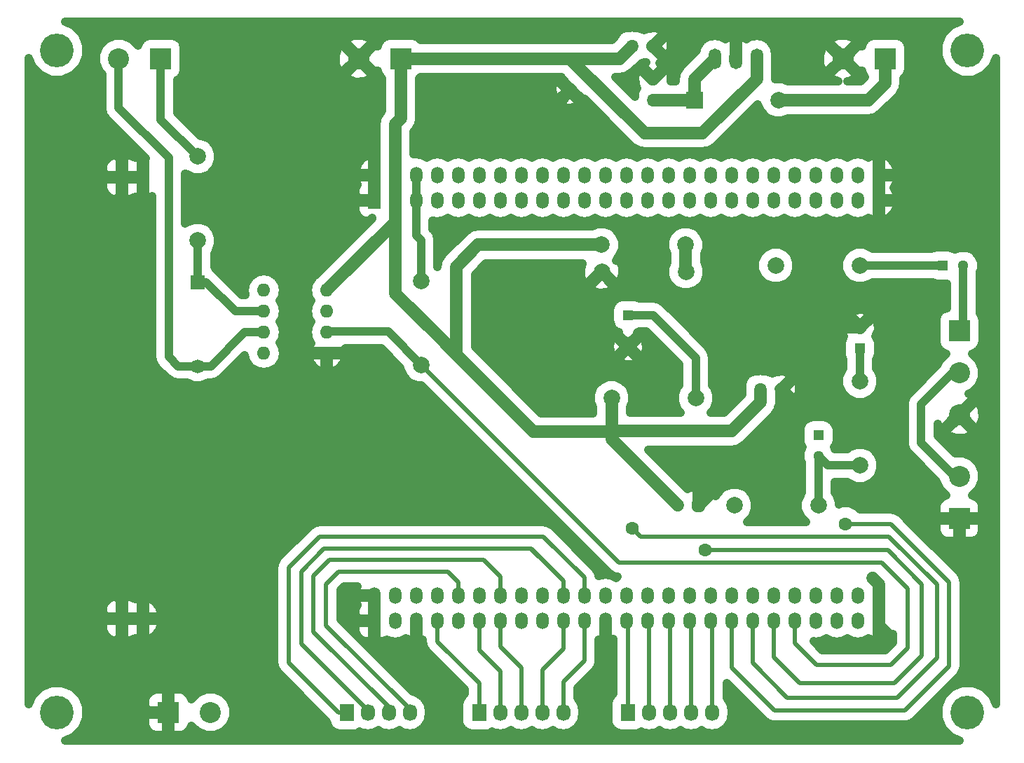
<source format=gbr>
G04 #@! TF.FileFunction,Copper,L2,Bot,Signal*
%FSLAX46Y46*%
G04 Gerber Fmt 4.6, Leading zero omitted, Abs format (unit mm)*
G04 Created by KiCad (PCBNEW 4.0.5+dfsg1-4) date Mon Jun 25 17:19:19 2018*
%MOMM*%
%LPD*%
G01*
G04 APERTURE LIST*
%ADD10C,0.100000*%
%ADD11R,1.500000X2.200000*%
%ADD12O,1.500000X2.200000*%
%ADD13O,1.500000X2.000000*%
%ADD14R,1.500000X2.000000*%
%ADD15R,1.300000X1.300000*%
%ADD16C,1.300000*%
%ADD17C,1.998980*%
%ADD18R,1.998980X1.998980*%
%ADD19C,1.699260*%
%ADD20R,1.699260X1.699260*%
%ADD21R,2.540000X2.540000*%
%ADD22C,2.540000*%
%ADD23R,1.727200X2.032000*%
%ADD24O,1.727200X2.032000*%
%ADD25O,1.501140X2.499360*%
%ADD26O,1.600000X1.600000*%
%ADD27C,4.064000*%
%ADD28C,1.600000*%
%ADD29C,1.500000*%
%ADD30C,1.000000*%
%ADD31C,0.500000*%
G04 APERTURE END LIST*
D10*
D11*
X97840000Y-61330000D03*
D12*
X100380000Y-61330000D03*
D13*
X189280000Y-64120000D03*
X186740000Y-64120000D03*
X184200000Y-64120000D03*
X181660000Y-64120000D03*
X179120000Y-64120000D03*
X176580000Y-64120000D03*
X174040000Y-64120000D03*
X171500000Y-64120000D03*
X168960000Y-64120000D03*
X166420000Y-64120000D03*
X163880000Y-64120000D03*
X161340000Y-64120000D03*
X158800000Y-64120000D03*
X156260000Y-64120000D03*
X153720000Y-64120000D03*
X151180000Y-64120000D03*
X148640000Y-64120000D03*
X146100000Y-64120000D03*
X143560000Y-64120000D03*
X141020000Y-64120000D03*
X138480000Y-64120000D03*
X135940000Y-64120000D03*
X133400000Y-64120000D03*
X130860000Y-64120000D03*
D14*
X128320000Y-64120000D03*
D13*
X128320000Y-61080000D03*
X130860000Y-61080000D03*
X133400000Y-61080000D03*
X135940000Y-61080000D03*
X138480000Y-61080000D03*
X141020000Y-61080000D03*
X143560000Y-61080000D03*
X146100000Y-61080000D03*
X148640000Y-61080000D03*
X151180000Y-61080000D03*
X153720000Y-61080000D03*
X156260000Y-61080000D03*
X158800000Y-61080000D03*
X161340000Y-61080000D03*
X163880000Y-61080000D03*
X166420000Y-61080000D03*
X168960000Y-61080000D03*
X171500000Y-61080000D03*
X174040000Y-61080000D03*
X176580000Y-61080000D03*
X179120000Y-61080000D03*
X181660000Y-61080000D03*
X184200000Y-61080000D03*
X186740000Y-61080000D03*
X189280000Y-61080000D03*
X189280000Y-111880000D03*
X186740000Y-111880000D03*
X184200000Y-111880000D03*
X181660000Y-111880000D03*
X179120000Y-111880000D03*
X176580000Y-111880000D03*
X174040000Y-111880000D03*
X171500000Y-111880000D03*
X168960000Y-111880000D03*
X166420000Y-111880000D03*
X163880000Y-111880000D03*
X161340000Y-111880000D03*
X158800000Y-111880000D03*
X156260000Y-111880000D03*
X153720000Y-111880000D03*
X151180000Y-111880000D03*
X148640000Y-111880000D03*
X146100000Y-111880000D03*
X143560000Y-111880000D03*
X141020000Y-111880000D03*
X138480000Y-111880000D03*
X135940000Y-111880000D03*
X133400000Y-111880000D03*
X130860000Y-111880000D03*
X128320000Y-111880000D03*
D14*
X128320000Y-114920000D03*
D13*
X130860000Y-114920000D03*
X133400000Y-114920000D03*
X135940000Y-114920000D03*
X138480000Y-114920000D03*
X141020000Y-114920000D03*
X143560000Y-114920000D03*
X146100000Y-114920000D03*
X148640000Y-114920000D03*
X151180000Y-114920000D03*
X153720000Y-114920000D03*
X156260000Y-114920000D03*
X158800000Y-114920000D03*
X161340000Y-114920000D03*
X163880000Y-114920000D03*
X166420000Y-114920000D03*
X168960000Y-114920000D03*
X171500000Y-114920000D03*
X174040000Y-114920000D03*
X176580000Y-114920000D03*
X179120000Y-114920000D03*
X181660000Y-114920000D03*
X184200000Y-114920000D03*
X186740000Y-114920000D03*
X189280000Y-114920000D03*
D12*
X100380000Y-114670000D03*
D11*
X97840000Y-114670000D03*
D15*
X187000000Y-82000000D03*
D16*
X187000000Y-79500000D03*
D15*
X162000000Y-52000000D03*
D16*
X162000000Y-49500000D03*
D15*
X152000000Y-47000000D03*
D16*
X152000000Y-50800000D03*
D15*
X159500000Y-45500000D03*
D16*
X162000000Y-45500000D03*
D15*
X167500000Y-101000000D03*
D16*
X165000000Y-101000000D03*
D15*
X175000000Y-87000000D03*
D16*
X177500000Y-87000000D03*
D15*
X182000000Y-92500000D03*
D16*
X182000000Y-95000000D03*
D15*
X197000000Y-72000000D03*
D16*
X199500000Y-72000000D03*
D15*
X159000000Y-78000000D03*
D16*
X159000000Y-81800000D03*
D17*
X177160000Y-51997460D03*
D18*
X167000000Y-51997460D03*
D19*
X107002540Y-84160520D03*
D20*
X107002540Y-74000520D03*
D21*
X190040000Y-47000000D03*
D22*
X184960000Y-47000000D03*
D21*
X131540000Y-47000000D03*
D22*
X126460000Y-47000000D03*
D21*
X102540000Y-47000000D03*
D22*
X97460000Y-47000000D03*
D21*
X199000000Y-102540000D03*
D22*
X199000000Y-97460000D03*
D21*
X103460000Y-126000000D03*
D22*
X108540000Y-126000000D03*
D23*
X125000000Y-126000000D03*
D24*
X127540000Y-126000000D03*
X130080000Y-126000000D03*
X132620000Y-126000000D03*
D23*
X141000000Y-126000000D03*
D24*
X143540000Y-126000000D03*
X146080000Y-126000000D03*
X148620000Y-126000000D03*
X151160000Y-126000000D03*
D23*
X159000000Y-126000000D03*
D24*
X161540000Y-126000000D03*
X164080000Y-126000000D03*
X166620000Y-126000000D03*
X169160000Y-126000000D03*
D17*
X134000000Y-84000000D03*
X134000000Y-73840000D03*
X107000000Y-69000000D03*
X107000000Y-58840000D03*
X157000000Y-88000000D03*
X167160000Y-88000000D03*
X182000000Y-101000000D03*
X171840000Y-101000000D03*
X187000000Y-86000000D03*
X187000000Y-96160000D03*
X187000000Y-72000000D03*
X176840000Y-72000000D03*
D21*
X199000000Y-79920000D03*
D22*
X199000000Y-85000000D03*
X199000000Y-90080000D03*
D25*
X172000000Y-47000000D03*
X169460000Y-47000000D03*
X174540000Y-47000000D03*
D26*
X115000000Y-75000000D03*
X115000000Y-77540000D03*
X115000000Y-80080000D03*
X115000000Y-82620000D03*
X122620000Y-82620000D03*
X122620000Y-80080000D03*
X122620000Y-77540000D03*
X122620000Y-75000000D03*
D27*
X90000000Y-46000000D03*
X90000000Y-126000000D03*
X200000000Y-126000000D03*
X200000000Y-46000000D03*
D17*
X155800000Y-69500000D03*
X165960000Y-69500000D03*
X165975000Y-72750000D03*
X155815000Y-72750000D03*
D28*
X185250000Y-103250000D03*
X159500000Y-103750000D03*
X168300000Y-106400000D03*
D29*
X167000000Y-51997460D02*
X162002540Y-51997460D01*
X162002540Y-51997460D02*
X162000000Y-52000000D01*
X169460000Y-47000000D02*
X169460000Y-47040000D01*
X169460000Y-47040000D02*
X167000000Y-49500000D01*
X167000000Y-49500000D02*
X167000000Y-51997460D01*
X189280000Y-114670000D02*
X189280000Y-115530000D01*
X189280000Y-115530000D02*
X190250000Y-116500000D01*
X189280000Y-112130000D02*
X189280000Y-110530000D01*
X189280000Y-110530000D02*
X188500000Y-109750000D01*
X189280000Y-112130000D02*
X189280000Y-114670000D01*
X177500000Y-87000000D02*
X177500000Y-91000000D01*
X177500000Y-91000000D02*
X167500000Y-101000000D01*
X185000000Y-79500000D02*
X177500000Y-87000000D01*
X187000000Y-79500000D02*
X185000000Y-79500000D01*
X155800000Y-69500000D02*
X140900000Y-69500000D01*
X140900000Y-69500000D02*
X138250000Y-72150000D01*
X138250000Y-72150000D02*
X138250000Y-82750000D01*
X143500000Y-88000000D02*
X146800000Y-91300000D01*
X146800000Y-91300000D02*
X147600000Y-92100000D01*
X147600000Y-92100000D02*
X156900000Y-92100000D01*
X156900000Y-92100000D02*
X157000000Y-92000000D01*
X138250000Y-82750000D02*
X143500000Y-88000000D01*
X136350000Y-80850000D02*
X138250000Y-82750000D01*
X130860000Y-75360000D02*
X136350000Y-80850000D01*
X130860000Y-66500000D02*
X130860000Y-75360000D01*
X131540000Y-47000000D02*
X131540000Y-54210000D01*
X130860000Y-54890000D02*
X130860000Y-61330000D01*
X131540000Y-54210000D02*
X130860000Y-54890000D01*
X131540000Y-47000000D02*
X152000000Y-47000000D01*
X152000000Y-47000000D02*
X158000000Y-47000000D01*
X158000000Y-47000000D02*
X159500000Y-45500000D01*
X174540000Y-47000000D02*
X174540000Y-49460000D01*
X161000000Y-56000000D02*
X152000000Y-47000000D01*
X168000000Y-56000000D02*
X161000000Y-56000000D01*
X174540000Y-49460000D02*
X168000000Y-56000000D01*
X175000000Y-87000000D02*
X175000000Y-88500000D01*
X175000000Y-88500000D02*
X171500000Y-92000000D01*
X171500000Y-92000000D02*
X157000000Y-92000000D01*
X157000000Y-88000000D02*
X157000000Y-92000000D01*
X157000000Y-92000000D02*
X157000000Y-93000000D01*
X157000000Y-93000000D02*
X165000000Y-101000000D01*
X130860000Y-63870000D02*
X130860000Y-66500000D01*
X130860000Y-66500000D02*
X130860000Y-66760000D01*
X130860000Y-66760000D02*
X122620000Y-75000000D01*
X130860000Y-61330000D02*
X130860000Y-63870000D01*
D30*
X187000000Y-96160000D02*
X183160000Y-96160000D01*
X183160000Y-96160000D02*
X182000000Y-95000000D01*
X182000000Y-101000000D02*
X182000000Y-95000000D01*
X187000000Y-72000000D02*
X197000000Y-72000000D01*
X199500000Y-72000000D02*
X199500000Y-79420000D01*
D31*
X199500000Y-79420000D02*
X199000000Y-79920000D01*
D30*
X187000000Y-86000000D02*
X187000000Y-82000000D01*
X159000000Y-78000000D02*
X162000000Y-78000000D01*
X167160000Y-83160000D02*
X167160000Y-88000000D01*
X162000000Y-78000000D02*
X167160000Y-83160000D01*
D29*
X190040000Y-47000000D02*
X190040000Y-49960000D01*
X188002540Y-51997460D02*
X177160000Y-51997460D01*
X190040000Y-49960000D02*
X188002540Y-51997460D01*
D30*
X115000000Y-80080000D02*
X112670000Y-80080000D01*
X108589480Y-84160520D02*
X107002540Y-84160520D01*
X112670000Y-80080000D02*
X108589480Y-84160520D01*
X103500000Y-80657980D02*
X103500000Y-83000000D01*
X97460000Y-52960000D02*
X103500000Y-59000000D01*
X103500000Y-59000000D02*
X103500000Y-80657980D01*
X97460000Y-47000000D02*
X97460000Y-52960000D01*
X104660520Y-84160520D02*
X107002540Y-84160520D01*
X103500000Y-83000000D02*
X104660520Y-84160520D01*
D31*
X107002540Y-84160520D02*
X107002540Y-83997460D01*
X107002540Y-74000520D02*
X108000520Y-74000520D01*
D30*
X111540000Y-77540000D02*
X115000000Y-77540000D01*
X108000520Y-74000520D02*
X111540000Y-77540000D01*
X107000000Y-69000000D02*
X107000000Y-73997980D01*
D31*
X107000000Y-73997980D02*
X107002540Y-74000520D01*
D30*
X102540000Y-47000000D02*
X102540000Y-54380000D01*
X102540000Y-54380000D02*
X107000000Y-58840000D01*
X199000000Y-97460000D02*
X198460000Y-97460000D01*
X198460000Y-97460000D02*
X194400000Y-93400000D01*
D31*
X199000000Y-85000000D02*
X198200000Y-85000000D01*
D30*
X198200000Y-85000000D02*
X194400000Y-88800000D01*
X194400000Y-88800000D02*
X194400000Y-93400000D01*
X133400000Y-61330000D02*
X133400000Y-63870000D01*
X134000000Y-73840000D02*
X134000000Y-69000000D01*
X133400000Y-68400000D02*
X133400000Y-63870000D01*
X134000000Y-69000000D02*
X133400000Y-68400000D01*
D31*
X125000000Y-126000000D02*
X124000000Y-126000000D01*
X121750000Y-104750000D02*
X118000000Y-108500000D01*
X153720000Y-109720000D02*
X153720000Y-112130000D01*
X148750000Y-104750000D02*
X153720000Y-109720000D01*
X118000000Y-120000000D02*
X118000000Y-108500000D01*
X148750000Y-104750000D02*
X121750000Y-104750000D01*
X124000000Y-126000000D02*
X118000000Y-120000000D01*
X127540000Y-126000000D02*
X127540000Y-125790000D01*
X127540000Y-125790000D02*
X119500000Y-117750000D01*
X119500000Y-109000000D02*
X122250000Y-106250000D01*
X119500000Y-117750000D02*
X119500000Y-109000000D01*
X147316896Y-106250000D02*
X151193446Y-110126550D01*
X122250000Y-106250000D02*
X147316896Y-106250000D01*
X127540000Y-126000000D02*
X127540000Y-125540000D01*
X147226744Y-106250000D02*
X151193446Y-110126550D01*
X151193446Y-110126550D02*
X151180000Y-112130000D01*
X130080000Y-126000000D02*
X130080000Y-125330000D01*
X130080000Y-125330000D02*
X121000000Y-116250000D01*
X121000000Y-109500000D02*
X122950000Y-107550000D01*
X143560000Y-112130000D02*
X143560000Y-109560000D01*
X143500000Y-109500000D02*
X143560000Y-109560000D01*
X142000000Y-108000000D02*
X143500000Y-109500000D01*
X121000000Y-116250000D02*
X121000000Y-109500000D01*
X141550000Y-107550000D02*
X142000000Y-108000000D01*
X122950000Y-107550000D02*
X141550000Y-107550000D01*
X132620000Y-126000000D02*
X132620000Y-125620000D01*
X132620000Y-125620000D02*
X122500000Y-115500000D01*
X122500000Y-110500000D02*
X124000000Y-109000000D01*
X122500000Y-115500000D02*
X122500000Y-110500000D01*
X138480000Y-110280000D02*
X137200000Y-109000000D01*
X124000000Y-109000000D02*
X137200000Y-109000000D01*
X138480000Y-110280000D02*
X138480000Y-112130000D01*
X132620000Y-125620000D02*
X132620000Y-126000000D01*
X141000000Y-126000000D02*
X141000000Y-122500000D01*
X135940000Y-117440000D02*
X135940000Y-114670000D01*
X141000000Y-122500000D02*
X135940000Y-117440000D01*
X143540000Y-126000000D02*
X143540000Y-121040000D01*
X141020000Y-118520000D02*
X141020000Y-114670000D01*
X143540000Y-121040000D02*
X141020000Y-118520000D01*
X146080000Y-126000000D02*
X146080000Y-120580000D01*
X143560000Y-118060000D02*
X143560000Y-114670000D01*
X146080000Y-120580000D02*
X143560000Y-118060000D01*
X148620000Y-126000000D02*
X148620000Y-120880000D01*
X151180000Y-118320000D02*
X151180000Y-114670000D01*
X148620000Y-120880000D02*
X151180000Y-118320000D01*
X151160000Y-126000000D02*
X151160000Y-122340000D01*
X153720000Y-119780000D02*
X153720000Y-114670000D01*
X151160000Y-122340000D02*
X153720000Y-119780000D01*
X159000000Y-126000000D02*
X159000000Y-114870000D01*
X159000000Y-114870000D02*
X158800000Y-114670000D01*
X161540000Y-126000000D02*
X161540000Y-114870000D01*
X161540000Y-114870000D02*
X161340000Y-114670000D01*
X164080000Y-126000000D02*
X164080000Y-114870000D01*
X164080000Y-114870000D02*
X163880000Y-114670000D01*
X166620000Y-126000000D02*
X166620000Y-114870000D01*
X166620000Y-114870000D02*
X166420000Y-114670000D01*
X169160000Y-126000000D02*
X169160000Y-114870000D01*
X169160000Y-114870000D02*
X168960000Y-114670000D01*
X171500000Y-114670000D02*
X171500000Y-120600000D01*
X190750000Y-103250000D02*
X185250000Y-103250000D01*
X197800000Y-110250000D02*
X190750000Y-103250000D01*
X197800000Y-120400000D02*
X197800000Y-110250000D01*
X192450000Y-125750000D02*
X197800000Y-120400000D01*
X176650000Y-125750000D02*
X192450000Y-125750000D01*
X171500000Y-120600000D02*
X176650000Y-125750000D01*
X196300000Y-110550000D02*
X196300000Y-110750000D01*
X196300000Y-110550000D02*
X190500000Y-104750000D01*
X160500000Y-104750000D02*
X190500000Y-104750000D01*
X159500000Y-103750000D02*
X160500000Y-104750000D01*
X174040000Y-114670000D02*
X174040000Y-120040000D01*
X196300000Y-119450000D02*
X196300000Y-110750000D01*
X191500000Y-124250000D02*
X196300000Y-119450000D01*
X178250000Y-124250000D02*
X191500000Y-124250000D01*
X174040000Y-120040000D02*
X178250000Y-124250000D01*
X196300000Y-110750000D02*
X196300000Y-110700000D01*
X168300000Y-106400000D02*
X190400000Y-106400000D01*
X194500000Y-111000000D02*
X194500000Y-110500000D01*
X194500000Y-110500000D02*
X190400000Y-106400000D01*
X190400000Y-106400000D02*
X190400000Y-106400000D01*
X176580000Y-119330000D02*
X179750000Y-122500000D01*
X179750000Y-122500000D02*
X191200000Y-122500000D01*
X191200000Y-122500000D02*
X194500000Y-119200000D01*
X194500000Y-119200000D02*
X194500000Y-111000000D01*
X194500000Y-111000000D02*
X194500000Y-110900000D01*
X176580000Y-114670000D02*
X176580000Y-119330000D01*
X134000000Y-84000000D02*
X157250000Y-107250000D01*
X179120000Y-117620000D02*
X179120000Y-114670000D01*
X181750000Y-120250000D02*
X179120000Y-117620000D01*
X190750000Y-120250000D02*
X181750000Y-120250000D01*
X192750000Y-118250000D02*
X190750000Y-120250000D01*
X192750000Y-111000000D02*
X192750000Y-118250000D01*
X189650000Y-107900000D02*
X192750000Y-111000000D01*
X157900000Y-107900000D02*
X189650000Y-107900000D01*
X157250000Y-107250000D02*
X157900000Y-107900000D01*
D30*
X134000000Y-84000000D02*
X130000000Y-80000000D01*
X130000000Y-80000000D02*
X122700000Y-80000000D01*
D31*
X122700000Y-80000000D02*
X122620000Y-80080000D01*
D29*
X165960000Y-69500000D02*
X165960000Y-72735000D01*
X165960000Y-72735000D02*
X165975000Y-72750000D01*
D30*
X165985000Y-72740000D02*
X165975000Y-72750000D01*
G36*
X198001896Y-43003970D02*
X197007462Y-43996670D01*
X196468614Y-45294360D01*
X196467388Y-46699476D01*
X197003970Y-47998104D01*
X197996670Y-48992538D01*
X199294360Y-49531386D01*
X200699476Y-49532612D01*
X201998104Y-48996030D01*
X202992538Y-48003330D01*
X203425000Y-46961846D01*
X203425000Y-125040083D01*
X202996030Y-124001896D01*
X202003330Y-123007462D01*
X200705640Y-122468614D01*
X199300524Y-122467388D01*
X198001896Y-123003970D01*
X197007462Y-123996670D01*
X196468614Y-125294360D01*
X196467388Y-126699476D01*
X197003970Y-127998104D01*
X197996670Y-128992538D01*
X199038154Y-129425000D01*
X90959917Y-129425000D01*
X91998104Y-128996030D01*
X92992538Y-128003330D01*
X93531386Y-126705640D01*
X93531456Y-126625000D01*
X100690000Y-126625000D01*
X100690000Y-127568368D01*
X100918361Y-128119681D01*
X101340318Y-128541638D01*
X101891631Y-128770000D01*
X102835000Y-128770000D01*
X103210000Y-128395000D01*
X103210000Y-126250000D01*
X101065000Y-126250000D01*
X100690000Y-126625000D01*
X93531456Y-126625000D01*
X93532612Y-125300524D01*
X93173594Y-124431632D01*
X100690000Y-124431632D01*
X100690000Y-125375000D01*
X101065000Y-125750000D01*
X103210000Y-125750000D01*
X103210000Y-123605000D01*
X103710000Y-123605000D01*
X103710000Y-125750000D01*
X103730000Y-125750000D01*
X103730000Y-126250000D01*
X103710000Y-126250000D01*
X103710000Y-128395000D01*
X104085000Y-128770000D01*
X105028369Y-128770000D01*
X105579682Y-128541638D01*
X106001639Y-128119681D01*
X106218761Y-127595501D01*
X106968872Y-128346923D01*
X107986596Y-128769519D01*
X109088570Y-128770480D01*
X110107029Y-128349661D01*
X110886923Y-127571128D01*
X111309519Y-126553404D01*
X111310480Y-125451430D01*
X110889661Y-124432971D01*
X110111128Y-123653077D01*
X109093404Y-123230481D01*
X107991430Y-123229520D01*
X106972971Y-123650339D01*
X106218390Y-124403603D01*
X106001639Y-123880319D01*
X105579682Y-123458362D01*
X105028369Y-123230000D01*
X104085000Y-123230000D01*
X103710000Y-123605000D01*
X103210000Y-123605000D01*
X102835000Y-123230000D01*
X101891631Y-123230000D01*
X101340318Y-123458362D01*
X100918361Y-123880319D01*
X100690000Y-124431632D01*
X93173594Y-124431632D01*
X92996030Y-124001896D01*
X92003330Y-123007462D01*
X90705640Y-122468614D01*
X89300524Y-122467388D01*
X88001896Y-123003970D01*
X87007462Y-123996670D01*
X86575000Y-125038154D01*
X86575000Y-115295000D01*
X95590000Y-115295000D01*
X95590000Y-116068368D01*
X95818361Y-116619681D01*
X96240318Y-117041638D01*
X96791631Y-117270000D01*
X97215000Y-117270000D01*
X97590000Y-116895000D01*
X97590000Y-114920000D01*
X98090000Y-114920000D01*
X98090000Y-116895000D01*
X98465000Y-117270000D01*
X98888369Y-117270000D01*
X99439682Y-117041638D01*
X99455270Y-117026050D01*
X99783280Y-117189430D01*
X100130000Y-116878259D01*
X100130000Y-114920000D01*
X100630000Y-114920000D01*
X100630000Y-116878259D01*
X100976720Y-117189430D01*
X101786677Y-116785995D01*
X102355417Y-116113255D01*
X102623418Y-115274076D01*
X102260544Y-114920000D01*
X100630000Y-114920000D01*
X100130000Y-114920000D01*
X98090000Y-114920000D01*
X97590000Y-114920000D01*
X95965000Y-114920000D01*
X95590000Y-115295000D01*
X86575000Y-115295000D01*
X86575000Y-113271632D01*
X95590000Y-113271632D01*
X95590000Y-114045000D01*
X95965000Y-114420000D01*
X97590000Y-114420000D01*
X97590000Y-112445000D01*
X98090000Y-112445000D01*
X98090000Y-114420000D01*
X100130000Y-114420000D01*
X100130000Y-112461741D01*
X100630000Y-112461741D01*
X100630000Y-114420000D01*
X102260544Y-114420000D01*
X102623418Y-114065924D01*
X102355417Y-113226745D01*
X101786677Y-112554005D01*
X100976720Y-112150570D01*
X100630000Y-112461741D01*
X100130000Y-112461741D01*
X99783280Y-112150570D01*
X99455270Y-112313950D01*
X99439682Y-112298362D01*
X98888369Y-112070000D01*
X98465000Y-112070000D01*
X98090000Y-112445000D01*
X97590000Y-112445000D01*
X97215000Y-112070000D01*
X96791631Y-112070000D01*
X96240318Y-112298362D01*
X95818361Y-112720319D01*
X95590000Y-113271632D01*
X86575000Y-113271632D01*
X86575000Y-108500000D01*
X116250000Y-108500000D01*
X116250000Y-120000000D01*
X116383211Y-120669696D01*
X116762563Y-121237437D01*
X122622285Y-127097159D01*
X122711607Y-127571867D01*
X123040124Y-128082396D01*
X123541383Y-128424892D01*
X124136400Y-128545386D01*
X125863600Y-128545386D01*
X126419467Y-128440793D01*
X126571763Y-128342793D01*
X126635489Y-128385373D01*
X127540000Y-128565291D01*
X128444511Y-128385373D01*
X128810000Y-128141161D01*
X129175489Y-128385373D01*
X130080000Y-128565291D01*
X130984511Y-128385373D01*
X131350000Y-128141161D01*
X131715489Y-128385373D01*
X132620000Y-128565291D01*
X133524511Y-128385373D01*
X134291318Y-127873009D01*
X134803682Y-127106202D01*
X134983600Y-126201691D01*
X134983600Y-125798309D01*
X134803682Y-124893798D01*
X134291318Y-124126991D01*
X133524511Y-123614627D01*
X132981487Y-123506613D01*
X125019874Y-115545000D01*
X126070000Y-115545000D01*
X126070000Y-116218368D01*
X126298361Y-116769681D01*
X126720318Y-117191638D01*
X127271631Y-117420000D01*
X127695000Y-117420000D01*
X128070000Y-117045000D01*
X128070000Y-115170000D01*
X126445000Y-115170000D01*
X126070000Y-115545000D01*
X125019874Y-115545000D01*
X124250000Y-114775126D01*
X124250000Y-113621632D01*
X126070000Y-113621632D01*
X126070000Y-114295000D01*
X126445000Y-114670000D01*
X128070000Y-114670000D01*
X128070000Y-112130000D01*
X126445000Y-112130000D01*
X126097701Y-112481978D01*
X126310335Y-113058345D01*
X126298361Y-113070319D01*
X126070000Y-113621632D01*
X124250000Y-113621632D01*
X124250000Y-111224874D01*
X124724874Y-110750000D01*
X126292499Y-110750000D01*
X126097701Y-111278022D01*
X126445000Y-111630000D01*
X128070000Y-111630000D01*
X128070000Y-111610000D01*
X128570000Y-111610000D01*
X128570000Y-111630000D01*
X128590000Y-111630000D01*
X128590000Y-112130000D01*
X128570000Y-112130000D01*
X128570000Y-114670000D01*
X128590000Y-114670000D01*
X128590000Y-115170000D01*
X128570000Y-115170000D01*
X128570000Y-117045000D01*
X128945000Y-117420000D01*
X129368369Y-117420000D01*
X129870628Y-117211957D01*
X129998962Y-117297707D01*
X130860000Y-117468978D01*
X131721038Y-117297707D01*
X132137741Y-117019275D01*
X132803280Y-117339430D01*
X133150000Y-117028259D01*
X133150000Y-115170000D01*
X133130000Y-115170000D01*
X133130000Y-114670000D01*
X133150000Y-114670000D01*
X133150000Y-114650000D01*
X133650000Y-114650000D01*
X133650000Y-114670000D01*
X133670000Y-114670000D01*
X133670000Y-115170000D01*
X133650000Y-115170000D01*
X133650000Y-117028259D01*
X133996720Y-117339430D01*
X134190000Y-117246453D01*
X134190000Y-117440000D01*
X134323211Y-118109696D01*
X134702563Y-118677437D01*
X139250000Y-123224874D01*
X139250000Y-123771900D01*
X139070004Y-123887724D01*
X138727508Y-124388983D01*
X138607014Y-124984000D01*
X138607014Y-127016000D01*
X138711607Y-127571867D01*
X139040124Y-128082396D01*
X139541383Y-128424892D01*
X140136400Y-128545386D01*
X141863600Y-128545386D01*
X142419467Y-128440793D01*
X142571763Y-128342793D01*
X142635489Y-128385373D01*
X143540000Y-128565291D01*
X144444511Y-128385373D01*
X144810000Y-128141161D01*
X145175489Y-128385373D01*
X146080000Y-128565291D01*
X146984511Y-128385373D01*
X147350000Y-128141161D01*
X147715489Y-128385373D01*
X148620000Y-128565291D01*
X149524511Y-128385373D01*
X149890000Y-128141161D01*
X150255489Y-128385373D01*
X151160000Y-128565291D01*
X152064511Y-128385373D01*
X152831318Y-127873009D01*
X153343682Y-127106202D01*
X153523600Y-126201691D01*
X153523600Y-125798309D01*
X153343682Y-124893798D01*
X152910000Y-124244747D01*
X152910000Y-123064874D01*
X154957437Y-121017437D01*
X155336789Y-120449696D01*
X155470000Y-119780000D01*
X155470000Y-117246453D01*
X155663280Y-117339430D01*
X156010000Y-117028259D01*
X156010000Y-115170000D01*
X155990000Y-115170000D01*
X155990000Y-114670000D01*
X156010000Y-114670000D01*
X156010000Y-114650000D01*
X156510000Y-114650000D01*
X156510000Y-114670000D01*
X156530000Y-114670000D01*
X156530000Y-115170000D01*
X156510000Y-115170000D01*
X156510000Y-117028259D01*
X156856720Y-117339430D01*
X157250000Y-117150244D01*
X157250000Y-123771900D01*
X157070004Y-123887724D01*
X156727508Y-124388983D01*
X156607014Y-124984000D01*
X156607014Y-127016000D01*
X156711607Y-127571867D01*
X157040124Y-128082396D01*
X157541383Y-128424892D01*
X158136400Y-128545386D01*
X159863600Y-128545386D01*
X160419467Y-128440793D01*
X160571763Y-128342793D01*
X160635489Y-128385373D01*
X161540000Y-128565291D01*
X162444511Y-128385373D01*
X162810000Y-128141161D01*
X163175489Y-128385373D01*
X164080000Y-128565291D01*
X164984511Y-128385373D01*
X165350000Y-128141161D01*
X165715489Y-128385373D01*
X166620000Y-128565291D01*
X167524511Y-128385373D01*
X167890000Y-128141161D01*
X168255489Y-128385373D01*
X169160000Y-128565291D01*
X170064511Y-128385373D01*
X170831318Y-127873009D01*
X171343682Y-127106202D01*
X171523600Y-126201691D01*
X171523600Y-125798309D01*
X171343682Y-124893798D01*
X170910000Y-124244747D01*
X170910000Y-122484874D01*
X175412563Y-126987437D01*
X175980304Y-127366789D01*
X176650000Y-127500000D01*
X192450000Y-127500000D01*
X193119696Y-127366789D01*
X193687437Y-126987437D01*
X199037437Y-121637437D01*
X199416789Y-121069696D01*
X199550001Y-120400000D01*
X199550000Y-120399995D01*
X199550000Y-110250000D01*
X199549381Y-110246887D01*
X199549989Y-110243772D01*
X199482811Y-109912218D01*
X199416789Y-109580304D01*
X199415025Y-109577664D01*
X199414395Y-109574555D01*
X199225494Y-109294010D01*
X199037437Y-109012563D01*
X199034797Y-109010799D01*
X199033025Y-109008167D01*
X193148122Y-103165000D01*
X196230000Y-103165000D01*
X196230000Y-104108369D01*
X196458362Y-104659682D01*
X196880319Y-105081639D01*
X197431632Y-105310000D01*
X198375000Y-105310000D01*
X198750000Y-104935000D01*
X198750000Y-102790000D01*
X199250000Y-102790000D01*
X199250000Y-104935000D01*
X199625000Y-105310000D01*
X200568368Y-105310000D01*
X201119681Y-105081639D01*
X201541638Y-104659682D01*
X201770000Y-104108369D01*
X201770000Y-103165000D01*
X201395000Y-102790000D01*
X199250000Y-102790000D01*
X198750000Y-102790000D01*
X196605000Y-102790000D01*
X196230000Y-103165000D01*
X193148122Y-103165000D01*
X191983025Y-102008167D01*
X191701049Y-101821205D01*
X191419696Y-101633211D01*
X191416583Y-101632592D01*
X191413938Y-101630838D01*
X191081853Y-101566010D01*
X190750000Y-101500000D01*
X187035504Y-101500000D01*
X186667985Y-101131839D01*
X185749462Y-100750435D01*
X184754901Y-100749567D01*
X184499617Y-100855048D01*
X184499923Y-100505002D01*
X184120200Y-99586002D01*
X184000000Y-99465592D01*
X184000000Y-98160000D01*
X185464780Y-98160000D01*
X185582304Y-98277729D01*
X186500639Y-98659055D01*
X187494998Y-98659923D01*
X188413998Y-98280200D01*
X189117729Y-97577696D01*
X189499055Y-96659361D01*
X189499923Y-95665002D01*
X189120200Y-94746002D01*
X188417696Y-94042271D01*
X187499361Y-93660945D01*
X186505002Y-93660077D01*
X185586002Y-94039800D01*
X185465592Y-94160000D01*
X183988428Y-94160000D01*
X183972740Y-94144313D01*
X183902393Y-93974060D01*
X184058892Y-93745017D01*
X184179386Y-93150000D01*
X184179386Y-91850000D01*
X184074793Y-91294133D01*
X183746276Y-90783604D01*
X183245017Y-90441108D01*
X182650000Y-90320614D01*
X181350000Y-90320614D01*
X180794133Y-90425207D01*
X180283604Y-90753724D01*
X179941108Y-91254983D01*
X179820614Y-91850000D01*
X179820614Y-93150000D01*
X179925207Y-93705867D01*
X180097929Y-93974284D01*
X179850374Y-94570462D01*
X179849628Y-95425785D01*
X180000000Y-95789713D01*
X180000000Y-99464780D01*
X179882271Y-99582304D01*
X179500945Y-100500639D01*
X179500077Y-101494998D01*
X179879800Y-102413998D01*
X180464780Y-103000000D01*
X173374408Y-103000000D01*
X173957729Y-102417696D01*
X174339055Y-101499361D01*
X174339923Y-100505002D01*
X173960200Y-99586002D01*
X173257696Y-98882271D01*
X172339361Y-98500945D01*
X171345002Y-98500077D01*
X170426002Y-98879800D01*
X169722271Y-99582304D01*
X169588770Y-99903810D01*
X169421639Y-99500319D01*
X168999682Y-99078362D01*
X168448369Y-98850000D01*
X168125000Y-98850000D01*
X167750000Y-99225000D01*
X167750000Y-100750000D01*
X167770000Y-100750000D01*
X167770000Y-101250000D01*
X167750000Y-101250000D01*
X167750000Y-101270000D01*
X167250000Y-101270000D01*
X167250000Y-101250000D01*
X167230000Y-101250000D01*
X167230000Y-101100542D01*
X167249999Y-101000000D01*
X167230000Y-100899458D01*
X167230000Y-100750000D01*
X167250000Y-100750000D01*
X167250000Y-99225000D01*
X166875000Y-98850000D01*
X166551631Y-98850000D01*
X166184183Y-99002202D01*
X161431980Y-94250000D01*
X171500000Y-94250000D01*
X172361038Y-94078729D01*
X173090990Y-93590990D01*
X176590990Y-90090991D01*
X177078729Y-89361038D01*
X177122849Y-89139232D01*
X177234691Y-89176007D01*
X178087608Y-89111897D01*
X178577836Y-88908839D01*
X178595903Y-88449456D01*
X177500000Y-87353553D01*
X177485858Y-87367696D01*
X177250000Y-87131838D01*
X177250000Y-87000000D01*
X177853553Y-87000000D01*
X178949456Y-88095903D01*
X179408839Y-88077836D01*
X179676007Y-87265309D01*
X179618107Y-86494998D01*
X184500077Y-86494998D01*
X184879800Y-87413998D01*
X185582304Y-88117729D01*
X186500639Y-88499055D01*
X187494998Y-88499923D01*
X188413998Y-88120200D01*
X189117729Y-87417696D01*
X189499055Y-86499361D01*
X189499923Y-85505002D01*
X189120200Y-84586002D01*
X189000000Y-84465592D01*
X189000000Y-83331208D01*
X189058892Y-83245017D01*
X189179386Y-82650000D01*
X189179386Y-81350000D01*
X189074793Y-80794133D01*
X188917892Y-80550303D01*
X189176007Y-79765309D01*
X189111897Y-78912392D01*
X188908839Y-78422164D01*
X188449456Y-78404097D01*
X187353553Y-79500000D01*
X187367696Y-79514143D01*
X187061224Y-79820614D01*
X186938776Y-79820614D01*
X186632305Y-79514143D01*
X186646447Y-79500000D01*
X185550544Y-78404097D01*
X185091161Y-78422164D01*
X184823993Y-79234691D01*
X184888103Y-80087608D01*
X185080211Y-80551400D01*
X184941108Y-80754983D01*
X184820614Y-81350000D01*
X184820614Y-82650000D01*
X184925207Y-83205867D01*
X185000000Y-83322098D01*
X185000000Y-84464780D01*
X184882271Y-84582304D01*
X184500945Y-85500639D01*
X184500077Y-86494998D01*
X179618107Y-86494998D01*
X179611897Y-86412392D01*
X179408839Y-85922164D01*
X178949456Y-85904097D01*
X177853553Y-87000000D01*
X177250000Y-87000000D01*
X177228127Y-86890035D01*
X177485858Y-86632305D01*
X177500000Y-86646447D01*
X178595903Y-85550544D01*
X178577836Y-85091161D01*
X177765309Y-84823993D01*
X176912392Y-84888103D01*
X176448600Y-85080211D01*
X176245017Y-84941108D01*
X175650000Y-84820614D01*
X175355001Y-84820614D01*
X175000000Y-84750000D01*
X174644999Y-84820614D01*
X174350000Y-84820614D01*
X173794133Y-84925207D01*
X173283604Y-85253724D01*
X172941108Y-85754983D01*
X172820614Y-86350000D01*
X172820614Y-86644999D01*
X172750000Y-87000000D01*
X172750000Y-87568019D01*
X170568020Y-89750000D01*
X168944845Y-89750000D01*
X169277729Y-89417696D01*
X169659055Y-88499361D01*
X169659923Y-87505002D01*
X169280200Y-86586002D01*
X169160000Y-86465592D01*
X169160000Y-83160005D01*
X169160001Y-83160000D01*
X169007759Y-82394633D01*
X168574214Y-81745786D01*
X164878972Y-78050544D01*
X185904097Y-78050544D01*
X187000000Y-79146447D01*
X188095903Y-78050544D01*
X188077836Y-77591161D01*
X187265309Y-77323993D01*
X186412392Y-77388103D01*
X185922164Y-77591161D01*
X185904097Y-78050544D01*
X164878972Y-78050544D01*
X163414214Y-76585786D01*
X162765367Y-76152241D01*
X162000000Y-75999999D01*
X161999995Y-76000000D01*
X160331208Y-76000000D01*
X160245017Y-75941108D01*
X159650000Y-75820614D01*
X158350000Y-75820614D01*
X157794133Y-75925207D01*
X157283604Y-76253724D01*
X156941108Y-76754983D01*
X156820614Y-77350000D01*
X156820614Y-78650000D01*
X156925207Y-79205867D01*
X157253724Y-79716396D01*
X157754983Y-80058892D01*
X157914298Y-80091154D01*
X157904097Y-80350544D01*
X159000000Y-81446447D01*
X160095903Y-80350544D01*
X160085945Y-80097358D01*
X160205867Y-80074793D01*
X160322098Y-80000000D01*
X161171572Y-80000000D01*
X165160000Y-83988428D01*
X165160000Y-86464780D01*
X165042271Y-86582304D01*
X164660945Y-87500639D01*
X164660077Y-88494998D01*
X165039800Y-89413998D01*
X165375216Y-89750000D01*
X159250000Y-89750000D01*
X159250000Y-89099152D01*
X159499055Y-88499361D01*
X159499923Y-87505002D01*
X159120200Y-86586002D01*
X158417696Y-85882271D01*
X157499361Y-85500945D01*
X156505002Y-85500077D01*
X155586002Y-85879800D01*
X154882271Y-86582304D01*
X154500945Y-87500639D01*
X154500077Y-88494998D01*
X154750000Y-89099858D01*
X154750000Y-89850000D01*
X148531980Y-89850000D01*
X141931436Y-83249456D01*
X157904097Y-83249456D01*
X157922164Y-83708839D01*
X158734691Y-83976007D01*
X159587608Y-83911897D01*
X160077836Y-83708839D01*
X160095903Y-83249456D01*
X159000000Y-82153553D01*
X157904097Y-83249456D01*
X141931436Y-83249456D01*
X140500000Y-81818020D01*
X140500000Y-81534691D01*
X156823993Y-81534691D01*
X156888103Y-82387608D01*
X157091161Y-82877836D01*
X157550544Y-82895903D01*
X158646447Y-81800000D01*
X159353553Y-81800000D01*
X160449456Y-82895903D01*
X160908839Y-82877836D01*
X161176007Y-82065309D01*
X161111897Y-81212392D01*
X160908839Y-80722164D01*
X160449456Y-80704097D01*
X159353553Y-81800000D01*
X158646447Y-81800000D01*
X157550544Y-80704097D01*
X157091161Y-80722164D01*
X156823993Y-81534691D01*
X140500000Y-81534691D01*
X140500000Y-74453443D01*
X154465111Y-74453443D01*
X154526533Y-74948748D01*
X155466036Y-75274453D01*
X156458666Y-75215832D01*
X157103467Y-74948748D01*
X157164889Y-74453443D01*
X155815000Y-73103553D01*
X154465111Y-74453443D01*
X140500000Y-74453443D01*
X140500000Y-73081980D01*
X141831980Y-71750000D01*
X153516247Y-71750000D01*
X153290547Y-72401036D01*
X153349168Y-73393666D01*
X153616252Y-74038467D01*
X154111557Y-74099889D01*
X155461447Y-72750000D01*
X155447304Y-72735858D01*
X155800858Y-72382305D01*
X155815000Y-72396447D01*
X155829143Y-72382305D01*
X156182696Y-72735858D01*
X156168553Y-72750000D01*
X157518443Y-74099889D01*
X158013748Y-74038467D01*
X158339453Y-73098964D01*
X158280832Y-72106334D01*
X158013748Y-71461533D01*
X157518445Y-71400111D01*
X157786883Y-71131673D01*
X157745167Y-71089957D01*
X157917729Y-70917696D01*
X158299055Y-69999361D01*
X158299058Y-69994998D01*
X163460077Y-69994998D01*
X163710000Y-70599858D01*
X163710000Y-71686972D01*
X163475945Y-72250639D01*
X163475077Y-73244998D01*
X163854800Y-74163998D01*
X164557304Y-74867729D01*
X165475639Y-75249055D01*
X166469998Y-75249923D01*
X167388998Y-74870200D01*
X168092729Y-74167696D01*
X168474055Y-73249361D01*
X168474713Y-72494998D01*
X174340077Y-72494998D01*
X174719800Y-73413998D01*
X175422304Y-74117729D01*
X176340639Y-74499055D01*
X177334998Y-74499923D01*
X178253998Y-74120200D01*
X178957729Y-73417696D01*
X179339055Y-72499361D01*
X179339058Y-72494998D01*
X184500077Y-72494998D01*
X184879800Y-73413998D01*
X185582304Y-74117729D01*
X186500639Y-74499055D01*
X187494998Y-74499923D01*
X188413998Y-74120200D01*
X188534408Y-74000000D01*
X195668792Y-74000000D01*
X195754983Y-74058892D01*
X196350000Y-74179386D01*
X197500000Y-74179386D01*
X197500000Y-77163891D01*
X197174133Y-77225207D01*
X196663604Y-77553724D01*
X196321108Y-78054983D01*
X196200614Y-78650000D01*
X196200614Y-81190000D01*
X196305207Y-81745867D01*
X196633724Y-82256396D01*
X197134983Y-82598892D01*
X197425561Y-82657736D01*
X196653077Y-83428872D01*
X196447417Y-83924156D01*
X192985786Y-87385786D01*
X192552241Y-88034633D01*
X192399999Y-88800000D01*
X192400000Y-88800005D01*
X192400000Y-93399995D01*
X192399999Y-93400000D01*
X192552241Y-94165367D01*
X192985786Y-94814214D01*
X196264289Y-98092717D01*
X196650339Y-99027029D01*
X197403603Y-99781610D01*
X196880319Y-99998361D01*
X196458362Y-100420318D01*
X196230000Y-100971631D01*
X196230000Y-101915000D01*
X196605000Y-102290000D01*
X198750000Y-102290000D01*
X198750000Y-102270000D01*
X199250000Y-102270000D01*
X199250000Y-102290000D01*
X201395000Y-102290000D01*
X201770000Y-101915000D01*
X201770000Y-100971631D01*
X201541638Y-100420318D01*
X201119681Y-99998361D01*
X200595501Y-99781239D01*
X201346923Y-99031128D01*
X201769519Y-98013404D01*
X201770480Y-96911430D01*
X201349661Y-95892971D01*
X200571128Y-95113077D01*
X199553404Y-94690481D01*
X198518006Y-94689578D01*
X196400000Y-92571572D01*
X196400000Y-91979625D01*
X197453928Y-91979625D01*
X197548709Y-92502858D01*
X198586369Y-92873814D01*
X199687000Y-92819437D01*
X200451291Y-92502858D01*
X200546072Y-91979625D01*
X199000000Y-90433553D01*
X197453928Y-91979625D01*
X196400000Y-91979625D01*
X196400000Y-91103631D01*
X196577142Y-91531291D01*
X197100375Y-91626072D01*
X198646447Y-90080000D01*
X199353553Y-90080000D01*
X200899625Y-91626072D01*
X201422858Y-91531291D01*
X201793814Y-90493631D01*
X201739437Y-89393000D01*
X201422858Y-88628709D01*
X200899625Y-88533928D01*
X199353553Y-90080000D01*
X198646447Y-90080000D01*
X198632305Y-90065858D01*
X198985858Y-89712305D01*
X199000000Y-89726447D01*
X200546072Y-88180375D01*
X200451291Y-87657142D01*
X200114371Y-87536696D01*
X200567029Y-87349661D01*
X201346923Y-86571128D01*
X201769519Y-85553404D01*
X201770480Y-84451430D01*
X201349661Y-83432971D01*
X200579236Y-82661200D01*
X200825867Y-82614793D01*
X201336396Y-82286276D01*
X201678892Y-81785017D01*
X201799386Y-81190000D01*
X201799386Y-78650000D01*
X201694793Y-78094133D01*
X201500000Y-77791417D01*
X201500000Y-72789878D01*
X201649626Y-72429538D01*
X201650372Y-71574215D01*
X201323744Y-70783714D01*
X200719467Y-70178381D01*
X199929538Y-69850374D01*
X199074215Y-69849628D01*
X198474060Y-70097607D01*
X198245017Y-69941108D01*
X197650000Y-69820614D01*
X196350000Y-69820614D01*
X195794133Y-69925207D01*
X195677902Y-70000000D01*
X188535220Y-70000000D01*
X188417696Y-69882271D01*
X187499361Y-69500945D01*
X186505002Y-69500077D01*
X185586002Y-69879800D01*
X184882271Y-70582304D01*
X184500945Y-71500639D01*
X184500077Y-72494998D01*
X179339058Y-72494998D01*
X179339923Y-71505002D01*
X178960200Y-70586002D01*
X178257696Y-69882271D01*
X177339361Y-69500945D01*
X176345002Y-69500077D01*
X175426002Y-69879800D01*
X174722271Y-70582304D01*
X174340945Y-71500639D01*
X174340077Y-72494998D01*
X168474713Y-72494998D01*
X168474923Y-72255002D01*
X168210000Y-71613839D01*
X168210000Y-70599152D01*
X168459055Y-69999361D01*
X168459923Y-69005002D01*
X168080200Y-68086002D01*
X167377696Y-67382271D01*
X166459361Y-67000945D01*
X165465002Y-67000077D01*
X164546002Y-67379800D01*
X163842271Y-68082304D01*
X163460945Y-69000639D01*
X163460077Y-69994998D01*
X158299058Y-69994998D01*
X158299923Y-69005002D01*
X157920200Y-68086002D01*
X157217696Y-67382271D01*
X156299361Y-67000945D01*
X155305002Y-67000077D01*
X154700142Y-67250000D01*
X140900000Y-67250000D01*
X140038962Y-67421271D01*
X139309010Y-67909010D01*
X136659010Y-70559010D01*
X136171271Y-71288962D01*
X136000000Y-72150000D01*
X136000000Y-69000005D01*
X136000001Y-69000000D01*
X135847759Y-68234633D01*
X135446852Y-67634633D01*
X135414214Y-67585786D01*
X135414211Y-67585784D01*
X135400000Y-67571573D01*
X135400000Y-66561565D01*
X135940000Y-66668978D01*
X136801038Y-66497707D01*
X137210000Y-66224447D01*
X137618962Y-66497707D01*
X138480000Y-66668978D01*
X139341038Y-66497707D01*
X139750000Y-66224447D01*
X140158962Y-66497707D01*
X141020000Y-66668978D01*
X141881038Y-66497707D01*
X142290000Y-66224447D01*
X142698962Y-66497707D01*
X143560000Y-66668978D01*
X144421038Y-66497707D01*
X144830000Y-66224447D01*
X145238962Y-66497707D01*
X146100000Y-66668978D01*
X146961038Y-66497707D01*
X147370000Y-66224447D01*
X147778962Y-66497707D01*
X148640000Y-66668978D01*
X149501038Y-66497707D01*
X149910000Y-66224447D01*
X150318962Y-66497707D01*
X151180000Y-66668978D01*
X152041038Y-66497707D01*
X152450000Y-66224447D01*
X152858962Y-66497707D01*
X153720000Y-66668978D01*
X154581038Y-66497707D01*
X154990000Y-66224447D01*
X155398962Y-66497707D01*
X156260000Y-66668978D01*
X157121038Y-66497707D01*
X157530000Y-66224447D01*
X157938962Y-66497707D01*
X158800000Y-66668978D01*
X159661038Y-66497707D01*
X160070000Y-66224447D01*
X160478962Y-66497707D01*
X161340000Y-66668978D01*
X162201038Y-66497707D01*
X162610000Y-66224447D01*
X163018962Y-66497707D01*
X163880000Y-66668978D01*
X164741038Y-66497707D01*
X165150000Y-66224447D01*
X165558962Y-66497707D01*
X166420000Y-66668978D01*
X167281038Y-66497707D01*
X167690000Y-66224447D01*
X168098962Y-66497707D01*
X168960000Y-66668978D01*
X169821038Y-66497707D01*
X170230000Y-66224447D01*
X170638962Y-66497707D01*
X171500000Y-66668978D01*
X172361038Y-66497707D01*
X172770000Y-66224447D01*
X173178962Y-66497707D01*
X174040000Y-66668978D01*
X174901038Y-66497707D01*
X175310000Y-66224447D01*
X175718962Y-66497707D01*
X176580000Y-66668978D01*
X177441038Y-66497707D01*
X177850000Y-66224447D01*
X178258962Y-66497707D01*
X179120000Y-66668978D01*
X179981038Y-66497707D01*
X180390000Y-66224447D01*
X180798962Y-66497707D01*
X181660000Y-66668978D01*
X182521038Y-66497707D01*
X182930000Y-66224447D01*
X183338962Y-66497707D01*
X184200000Y-66668978D01*
X185061038Y-66497707D01*
X185470000Y-66224447D01*
X185878962Y-66497707D01*
X186740000Y-66668978D01*
X187601038Y-66497707D01*
X188017741Y-66219275D01*
X188683280Y-66539430D01*
X189030000Y-66228259D01*
X189030000Y-64370000D01*
X189530000Y-64370000D01*
X189530000Y-66228259D01*
X189876720Y-66539430D01*
X190602516Y-66190288D01*
X191198440Y-65545622D01*
X191502299Y-64721978D01*
X191155000Y-64370000D01*
X189530000Y-64370000D01*
X189030000Y-64370000D01*
X189010000Y-64370000D01*
X189010000Y-63870000D01*
X189030000Y-63870000D01*
X189030000Y-61330000D01*
X189530000Y-61330000D01*
X189530000Y-63870000D01*
X191155000Y-63870000D01*
X191502299Y-63518022D01*
X191198440Y-62694378D01*
X191111198Y-62600000D01*
X191198440Y-62505622D01*
X191502299Y-61681978D01*
X191155000Y-61330000D01*
X189530000Y-61330000D01*
X189030000Y-61330000D01*
X189010000Y-61330000D01*
X189010000Y-60830000D01*
X189030000Y-60830000D01*
X189030000Y-58971741D01*
X189530000Y-58971741D01*
X189530000Y-60830000D01*
X191155000Y-60830000D01*
X191502299Y-60478022D01*
X191198440Y-59654378D01*
X190602516Y-59009712D01*
X189876720Y-58660570D01*
X189530000Y-58971741D01*
X189030000Y-58971741D01*
X188683280Y-58660570D01*
X188017741Y-58980725D01*
X187601038Y-58702293D01*
X186740000Y-58531022D01*
X185878962Y-58702293D01*
X185470000Y-58975553D01*
X185061038Y-58702293D01*
X184200000Y-58531022D01*
X183338962Y-58702293D01*
X182930000Y-58975553D01*
X182521038Y-58702293D01*
X181660000Y-58531022D01*
X180798962Y-58702293D01*
X180390000Y-58975553D01*
X179981038Y-58702293D01*
X179120000Y-58531022D01*
X178258962Y-58702293D01*
X177850000Y-58975553D01*
X177441038Y-58702293D01*
X176580000Y-58531022D01*
X175718962Y-58702293D01*
X175310000Y-58975553D01*
X174901038Y-58702293D01*
X174040000Y-58531022D01*
X173178962Y-58702293D01*
X172770000Y-58975553D01*
X172361038Y-58702293D01*
X171500000Y-58531022D01*
X170638962Y-58702293D01*
X170230000Y-58975553D01*
X169821038Y-58702293D01*
X168960000Y-58531022D01*
X168098962Y-58702293D01*
X167690000Y-58975553D01*
X167281038Y-58702293D01*
X166420000Y-58531022D01*
X165558962Y-58702293D01*
X165150000Y-58975553D01*
X164741038Y-58702293D01*
X163880000Y-58531022D01*
X163018962Y-58702293D01*
X162610000Y-58975553D01*
X162201038Y-58702293D01*
X161340000Y-58531022D01*
X160478962Y-58702293D01*
X160070000Y-58975553D01*
X159661038Y-58702293D01*
X158800000Y-58531022D01*
X157938962Y-58702293D01*
X157530000Y-58975553D01*
X157121038Y-58702293D01*
X156260000Y-58531022D01*
X155398962Y-58702293D01*
X154990000Y-58975553D01*
X154581038Y-58702293D01*
X153720000Y-58531022D01*
X152858962Y-58702293D01*
X152450000Y-58975553D01*
X152041038Y-58702293D01*
X151180000Y-58531022D01*
X150318962Y-58702293D01*
X149910000Y-58975553D01*
X149501038Y-58702293D01*
X148640000Y-58531022D01*
X147778962Y-58702293D01*
X147370000Y-58975553D01*
X146961038Y-58702293D01*
X146100000Y-58531022D01*
X145238962Y-58702293D01*
X144830000Y-58975553D01*
X144421038Y-58702293D01*
X143560000Y-58531022D01*
X142698962Y-58702293D01*
X142290000Y-58975553D01*
X141881038Y-58702293D01*
X141020000Y-58531022D01*
X140158962Y-58702293D01*
X139750000Y-58975553D01*
X139341038Y-58702293D01*
X138480000Y-58531022D01*
X137618962Y-58702293D01*
X137210000Y-58975553D01*
X136801038Y-58702293D01*
X135940000Y-58531022D01*
X135078962Y-58702293D01*
X134670000Y-58975553D01*
X134261038Y-58702293D01*
X133400000Y-58531022D01*
X133110000Y-58588707D01*
X133110000Y-55821980D01*
X133130990Y-55800990D01*
X133618729Y-55071038D01*
X133640816Y-54960000D01*
X133790000Y-54210000D01*
X133790000Y-52249456D01*
X150904097Y-52249456D01*
X150922164Y-52708839D01*
X151734691Y-52976007D01*
X152587608Y-52911897D01*
X153077836Y-52708839D01*
X153095903Y-52249456D01*
X152000000Y-51153553D01*
X150904097Y-52249456D01*
X133790000Y-52249456D01*
X133790000Y-50534691D01*
X149823993Y-50534691D01*
X149888103Y-51387608D01*
X150091161Y-51877836D01*
X150550544Y-51895903D01*
X151646447Y-50800000D01*
X150550544Y-49704097D01*
X150091161Y-49722164D01*
X149823993Y-50534691D01*
X133790000Y-50534691D01*
X133790000Y-49421870D01*
X133876396Y-49366276D01*
X133955844Y-49250000D01*
X150908051Y-49250000D01*
X150904097Y-49350544D01*
X152000000Y-50446447D01*
X152014143Y-50432305D01*
X152367696Y-50785858D01*
X152353553Y-50800000D01*
X153449456Y-51895903D01*
X153703915Y-51885895D01*
X159409010Y-57590990D01*
X160138962Y-58078729D01*
X161000000Y-58250000D01*
X168000000Y-58250000D01*
X168861038Y-58078729D01*
X169590990Y-57590990D01*
X174668686Y-52513294D01*
X175039800Y-53411458D01*
X175742304Y-54115189D01*
X176660639Y-54496515D01*
X177654998Y-54497383D01*
X178259858Y-54247460D01*
X188002540Y-54247460D01*
X188863578Y-54076189D01*
X189593530Y-53588450D01*
X191630991Y-51550990D01*
X191965080Y-51050990D01*
X192118729Y-50821038D01*
X192290000Y-49960000D01*
X192290000Y-49421870D01*
X192376396Y-49366276D01*
X192718892Y-48865017D01*
X192839386Y-48270000D01*
X192839386Y-45730000D01*
X192734793Y-45174133D01*
X192406276Y-44663604D01*
X191905017Y-44321108D01*
X191310000Y-44200614D01*
X188770000Y-44200614D01*
X188214133Y-44305207D01*
X187703604Y-44633724D01*
X187361108Y-45134983D01*
X187281061Y-45530269D01*
X186859625Y-45453928D01*
X185313553Y-47000000D01*
X186859625Y-48546072D01*
X187278290Y-48470233D01*
X187345207Y-48825867D01*
X187598510Y-49219510D01*
X187070560Y-49747460D01*
X185484609Y-49747460D01*
X185647000Y-49739437D01*
X186411291Y-49422858D01*
X186506072Y-48899625D01*
X184960000Y-47353553D01*
X183413928Y-48899625D01*
X183508709Y-49422858D01*
X184416705Y-49747460D01*
X178259152Y-49747460D01*
X177659361Y-49498405D01*
X176782513Y-49497640D01*
X176790000Y-49460000D01*
X176790000Y-47555845D01*
X176790570Y-47552979D01*
X176790570Y-46586369D01*
X182166186Y-46586369D01*
X182220563Y-47687000D01*
X182537142Y-48451291D01*
X183060375Y-48546072D01*
X184606447Y-47000000D01*
X183060375Y-45453928D01*
X182537142Y-45548709D01*
X182166186Y-46586369D01*
X176790570Y-46586369D01*
X176790570Y-46447021D01*
X176619256Y-45585765D01*
X176294929Y-45100375D01*
X183413928Y-45100375D01*
X184960000Y-46646447D01*
X186506072Y-45100375D01*
X186411291Y-44577142D01*
X185373631Y-44206186D01*
X184273000Y-44260563D01*
X183508709Y-44577142D01*
X183413928Y-45100375D01*
X176294929Y-45100375D01*
X176131393Y-44855628D01*
X175401256Y-44367765D01*
X174540000Y-44196451D01*
X173678744Y-44367765D01*
X173256892Y-44649638D01*
X172770830Y-44357258D01*
X172596810Y-44330893D01*
X172250000Y-44642056D01*
X172250000Y-46750000D01*
X172270000Y-46750000D01*
X172270000Y-47250000D01*
X172250000Y-47250000D01*
X172250000Y-47270000D01*
X171750000Y-47270000D01*
X171750000Y-47250000D01*
X171730000Y-47250000D01*
X171730000Y-46750000D01*
X171750000Y-46750000D01*
X171750000Y-44642056D01*
X171403190Y-44330893D01*
X171229170Y-44357258D01*
X170743108Y-44649638D01*
X170321256Y-44367765D01*
X169460000Y-44196451D01*
X168598744Y-44367765D01*
X167868607Y-44855628D01*
X167380744Y-45585765D01*
X167293463Y-46024556D01*
X165409010Y-47909010D01*
X164921271Y-48638962D01*
X164750000Y-49500000D01*
X164750000Y-49747460D01*
X164174665Y-49747460D01*
X164111897Y-48912392D01*
X163908839Y-48422164D01*
X163449456Y-48404097D01*
X162353553Y-49500000D01*
X162367696Y-49514143D01*
X162134378Y-49747460D01*
X162002540Y-49747460D01*
X161888338Y-49770176D01*
X161632305Y-49514143D01*
X161646447Y-49500000D01*
X160550544Y-48404097D01*
X160091161Y-48422164D01*
X159823993Y-49234691D01*
X159888103Y-50087608D01*
X160080211Y-50551400D01*
X159941108Y-50754983D01*
X159820614Y-51350000D01*
X159820614Y-51638634D01*
X157431980Y-49250000D01*
X158000000Y-49250000D01*
X158861038Y-49078729D01*
X159590990Y-48590990D01*
X160584316Y-47597664D01*
X160705867Y-47574793D01*
X160949697Y-47417892D01*
X161167543Y-47489522D01*
X160922164Y-47591161D01*
X160904097Y-48050544D01*
X162000000Y-49146447D01*
X163095903Y-48050544D01*
X163077836Y-47591161D01*
X162832457Y-47510478D01*
X163077836Y-47408839D01*
X163095903Y-46949456D01*
X162000000Y-45853553D01*
X161985858Y-45867696D01*
X161728126Y-45609964D01*
X161749999Y-45500000D01*
X162353553Y-45500000D01*
X163449456Y-46595903D01*
X163908839Y-46577836D01*
X164176007Y-45765309D01*
X164111897Y-44912392D01*
X163908839Y-44422164D01*
X163449456Y-44404097D01*
X162353553Y-45500000D01*
X161749999Y-45500000D01*
X161728126Y-45390036D01*
X161985858Y-45132305D01*
X162000000Y-45146447D01*
X163095903Y-44050544D01*
X163077836Y-43591161D01*
X162265309Y-43323993D01*
X161412392Y-43388103D01*
X160948600Y-43580211D01*
X160745017Y-43441108D01*
X160150000Y-43320614D01*
X159854997Y-43320614D01*
X159500000Y-43250001D01*
X159145002Y-43320614D01*
X158850000Y-43320614D01*
X158294133Y-43425207D01*
X157783604Y-43753724D01*
X157441108Y-44254983D01*
X157410147Y-44407872D01*
X157068020Y-44750000D01*
X133961870Y-44750000D01*
X133906276Y-44663604D01*
X133405017Y-44321108D01*
X132810000Y-44200614D01*
X130270000Y-44200614D01*
X129714133Y-44305207D01*
X129203604Y-44633724D01*
X128861108Y-45134983D01*
X128781061Y-45530269D01*
X128359625Y-45453928D01*
X126813553Y-47000000D01*
X128359625Y-48546072D01*
X128778290Y-48470233D01*
X128845207Y-48825867D01*
X129173724Y-49336396D01*
X129290000Y-49415844D01*
X129290000Y-53278020D01*
X129269010Y-53299010D01*
X128781271Y-54028962D01*
X128610000Y-54890000D01*
X128610000Y-58935842D01*
X128570000Y-58971741D01*
X128570000Y-60830000D01*
X128590000Y-60830000D01*
X128590000Y-61330000D01*
X128570000Y-61330000D01*
X128570000Y-63870000D01*
X128590000Y-63870000D01*
X128590000Y-64370000D01*
X128570000Y-64370000D01*
X128570000Y-64390000D01*
X128070000Y-64390000D01*
X128070000Y-64370000D01*
X126445000Y-64370000D01*
X126070000Y-64745000D01*
X126070000Y-65418368D01*
X126298361Y-65969681D01*
X126720318Y-66391638D01*
X127271631Y-66620000D01*
X127695000Y-66620000D01*
X128069998Y-66245002D01*
X128069998Y-66368022D01*
X121297492Y-73140528D01*
X120948594Y-73373654D01*
X120450017Y-74119828D01*
X120274940Y-75000000D01*
X120450017Y-75880172D01*
X120710491Y-76270000D01*
X120450017Y-76659828D01*
X120274940Y-77540000D01*
X120450017Y-78420172D01*
X120710491Y-78810000D01*
X120450017Y-79199828D01*
X120274940Y-80080000D01*
X120450017Y-80960172D01*
X120721116Y-81365901D01*
X120623330Y-81478351D01*
X120400885Y-82015410D01*
X120711303Y-82370000D01*
X122370000Y-82370000D01*
X122370000Y-82350000D01*
X122424119Y-82350000D01*
X122574940Y-82380000D01*
X122665060Y-82380000D01*
X122815881Y-82350000D01*
X122870000Y-82350000D01*
X122870000Y-82370000D01*
X124528697Y-82370000D01*
X124839115Y-82015410D01*
X124832732Y-82000000D01*
X129171572Y-82000000D01*
X131500222Y-84328649D01*
X131500077Y-84494998D01*
X131879800Y-85413998D01*
X132582304Y-86117729D01*
X133500639Y-86499055D01*
X134024638Y-86499512D01*
X156662563Y-109137437D01*
X157230304Y-109516789D01*
X157759677Y-109622088D01*
X157530000Y-109775553D01*
X157121038Y-109502293D01*
X156260000Y-109331022D01*
X155425640Y-109496986D01*
X155336789Y-109050304D01*
X154957437Y-108482563D01*
X149987437Y-103512563D01*
X149419696Y-103133211D01*
X148750000Y-103000000D01*
X121750000Y-103000000D01*
X121080304Y-103133211D01*
X120512563Y-103512563D01*
X116762563Y-107262563D01*
X116383211Y-107830304D01*
X116250000Y-108500000D01*
X86575000Y-108500000D01*
X86575000Y-61955000D01*
X95590000Y-61955000D01*
X95590000Y-62728368D01*
X95818361Y-63279681D01*
X96240318Y-63701638D01*
X96791631Y-63930000D01*
X97215000Y-63930000D01*
X97590000Y-63555000D01*
X97590000Y-61580000D01*
X98090000Y-61580000D01*
X98090000Y-63555000D01*
X98465000Y-63930000D01*
X98888369Y-63930000D01*
X99439682Y-63701638D01*
X99455270Y-63686050D01*
X99783280Y-63849430D01*
X100130000Y-63538259D01*
X100130000Y-61580000D01*
X98090000Y-61580000D01*
X97590000Y-61580000D01*
X95965000Y-61580000D01*
X95590000Y-61955000D01*
X86575000Y-61955000D01*
X86575000Y-59931632D01*
X95590000Y-59931632D01*
X95590000Y-60705000D01*
X95965000Y-61080000D01*
X97590000Y-61080000D01*
X97590000Y-59105000D01*
X98090000Y-59105000D01*
X98090000Y-61080000D01*
X100130000Y-61080000D01*
X100130000Y-59121741D01*
X99783280Y-58810570D01*
X99455270Y-58973950D01*
X99439682Y-58958362D01*
X98888369Y-58730000D01*
X98465000Y-58730000D01*
X98090000Y-59105000D01*
X97590000Y-59105000D01*
X97215000Y-58730000D01*
X96791631Y-58730000D01*
X96240318Y-58958362D01*
X95818361Y-59380319D01*
X95590000Y-59931632D01*
X86575000Y-59931632D01*
X86575000Y-46959917D01*
X87003970Y-47998104D01*
X87996670Y-48992538D01*
X89294360Y-49531386D01*
X90699476Y-49532612D01*
X91998104Y-48996030D01*
X92992538Y-48003330D01*
X93181370Y-47548570D01*
X94689520Y-47548570D01*
X95110339Y-48567029D01*
X95460000Y-48917301D01*
X95460000Y-52959995D01*
X95459999Y-52960000D01*
X95612241Y-53725367D01*
X96045786Y-54374214D01*
X100716069Y-59044497D01*
X100630000Y-59121741D01*
X100630000Y-61080000D01*
X100650000Y-61080000D01*
X100650000Y-61580000D01*
X100630000Y-61580000D01*
X100630000Y-63538259D01*
X100976720Y-63849430D01*
X101500000Y-63588787D01*
X101500000Y-82999995D01*
X101499999Y-83000000D01*
X101652241Y-83765367D01*
X102085786Y-84414214D01*
X103246304Y-85574731D01*
X103246306Y-85574734D01*
X103748846Y-85910520D01*
X103895153Y-86008279D01*
X104660520Y-86160521D01*
X104660525Y-86160520D01*
X105692101Y-86160520D01*
X106533119Y-86509741D01*
X107467860Y-86510557D01*
X108315015Y-86160520D01*
X108589475Y-86160520D01*
X108589480Y-86160521D01*
X109354847Y-86008279D01*
X110003694Y-85574734D01*
X112705292Y-82873136D01*
X112830017Y-83500172D01*
X113328594Y-84246346D01*
X114074768Y-84744923D01*
X114954940Y-84920000D01*
X115045060Y-84920000D01*
X115925232Y-84744923D01*
X116671406Y-84246346D01*
X117169983Y-83500172D01*
X117224799Y-83224590D01*
X120400885Y-83224590D01*
X120623330Y-83761649D01*
X121212208Y-84438839D01*
X122015409Y-84839127D01*
X122370000Y-84531385D01*
X122370000Y-82870000D01*
X122870000Y-82870000D01*
X122870000Y-84531385D01*
X123224591Y-84839127D01*
X124027792Y-84438839D01*
X124616670Y-83761649D01*
X124839115Y-83224590D01*
X124528697Y-82870000D01*
X122870000Y-82870000D01*
X122370000Y-82870000D01*
X120711303Y-82870000D01*
X120400885Y-83224590D01*
X117224799Y-83224590D01*
X117345060Y-82620000D01*
X117169983Y-81739828D01*
X116909509Y-81350000D01*
X117169983Y-80960172D01*
X117345060Y-80080000D01*
X117169983Y-79199828D01*
X116909509Y-78810000D01*
X117169983Y-78420172D01*
X117345060Y-77540000D01*
X117169983Y-76659828D01*
X116909509Y-76270000D01*
X117169983Y-75880172D01*
X117345060Y-75000000D01*
X117169983Y-74119828D01*
X116671406Y-73373654D01*
X115925232Y-72875077D01*
X115045060Y-72700000D01*
X114954940Y-72700000D01*
X114074768Y-72875077D01*
X113328594Y-73373654D01*
X112830017Y-74119828D01*
X112654940Y-75000000D01*
X112762353Y-75540000D01*
X112368427Y-75540000D01*
X109414734Y-72586306D01*
X109163207Y-72418241D01*
X109000000Y-72164611D01*
X109000000Y-70535220D01*
X109117729Y-70417696D01*
X109499055Y-69499361D01*
X109499923Y-68505002D01*
X109120200Y-67586002D01*
X108417696Y-66882271D01*
X107499361Y-66500945D01*
X106505002Y-66500077D01*
X105586002Y-66879800D01*
X105500000Y-66965652D01*
X105500000Y-62821632D01*
X126070000Y-62821632D01*
X126070000Y-63495000D01*
X126445000Y-63870000D01*
X128070000Y-63870000D01*
X128070000Y-61330000D01*
X126445000Y-61330000D01*
X126097701Y-61681978D01*
X126310335Y-62258345D01*
X126298361Y-62270319D01*
X126070000Y-62821632D01*
X105500000Y-62821632D01*
X105500000Y-60875281D01*
X105582304Y-60957729D01*
X106500639Y-61339055D01*
X107494998Y-61339923D01*
X108413998Y-60960200D01*
X108897018Y-60478022D01*
X126097701Y-60478022D01*
X126445000Y-60830000D01*
X128070000Y-60830000D01*
X128070000Y-58971741D01*
X127723280Y-58660570D01*
X126997484Y-59009712D01*
X126401560Y-59654378D01*
X126097701Y-60478022D01*
X108897018Y-60478022D01*
X109117729Y-60257696D01*
X109499055Y-59339361D01*
X109499923Y-58345002D01*
X109120200Y-57426002D01*
X108417696Y-56722271D01*
X107499361Y-56340945D01*
X107329224Y-56340796D01*
X104540000Y-53551572D01*
X104540000Y-49582741D01*
X104876396Y-49366276D01*
X105195245Y-48899625D01*
X124913928Y-48899625D01*
X125008709Y-49422858D01*
X126046369Y-49793814D01*
X127147000Y-49739437D01*
X127911291Y-49422858D01*
X128006072Y-48899625D01*
X126460000Y-47353553D01*
X124913928Y-48899625D01*
X105195245Y-48899625D01*
X105218892Y-48865017D01*
X105339386Y-48270000D01*
X105339386Y-46586369D01*
X123666186Y-46586369D01*
X123720563Y-47687000D01*
X124037142Y-48451291D01*
X124560375Y-48546072D01*
X126106447Y-47000000D01*
X124560375Y-45453928D01*
X124037142Y-45548709D01*
X123666186Y-46586369D01*
X105339386Y-46586369D01*
X105339386Y-45730000D01*
X105234793Y-45174133D01*
X105187331Y-45100375D01*
X124913928Y-45100375D01*
X126460000Y-46646447D01*
X128006072Y-45100375D01*
X127911291Y-44577142D01*
X126873631Y-44206186D01*
X125773000Y-44260563D01*
X125008709Y-44577142D01*
X124913928Y-45100375D01*
X105187331Y-45100375D01*
X104906276Y-44663604D01*
X104405017Y-44321108D01*
X103810000Y-44200614D01*
X101270000Y-44200614D01*
X100714133Y-44305207D01*
X100203604Y-44633724D01*
X99861108Y-45134983D01*
X99802264Y-45425561D01*
X99031128Y-44653077D01*
X98013404Y-44230481D01*
X96911430Y-44229520D01*
X95892971Y-44650339D01*
X95113077Y-45428872D01*
X94690481Y-46446596D01*
X94689520Y-47548570D01*
X93181370Y-47548570D01*
X93531386Y-46705640D01*
X93532612Y-45300524D01*
X92996030Y-44001896D01*
X92003330Y-43007462D01*
X90961846Y-42575000D01*
X199040083Y-42575000D01*
X198001896Y-43003970D01*
X198001896Y-43003970D01*
G37*
X198001896Y-43003970D02*
X197007462Y-43996670D01*
X196468614Y-45294360D01*
X196467388Y-46699476D01*
X197003970Y-47998104D01*
X197996670Y-48992538D01*
X199294360Y-49531386D01*
X200699476Y-49532612D01*
X201998104Y-48996030D01*
X202992538Y-48003330D01*
X203425000Y-46961846D01*
X203425000Y-125040083D01*
X202996030Y-124001896D01*
X202003330Y-123007462D01*
X200705640Y-122468614D01*
X199300524Y-122467388D01*
X198001896Y-123003970D01*
X197007462Y-123996670D01*
X196468614Y-125294360D01*
X196467388Y-126699476D01*
X197003970Y-127998104D01*
X197996670Y-128992538D01*
X199038154Y-129425000D01*
X90959917Y-129425000D01*
X91998104Y-128996030D01*
X92992538Y-128003330D01*
X93531386Y-126705640D01*
X93531456Y-126625000D01*
X100690000Y-126625000D01*
X100690000Y-127568368D01*
X100918361Y-128119681D01*
X101340318Y-128541638D01*
X101891631Y-128770000D01*
X102835000Y-128770000D01*
X103210000Y-128395000D01*
X103210000Y-126250000D01*
X101065000Y-126250000D01*
X100690000Y-126625000D01*
X93531456Y-126625000D01*
X93532612Y-125300524D01*
X93173594Y-124431632D01*
X100690000Y-124431632D01*
X100690000Y-125375000D01*
X101065000Y-125750000D01*
X103210000Y-125750000D01*
X103210000Y-123605000D01*
X103710000Y-123605000D01*
X103710000Y-125750000D01*
X103730000Y-125750000D01*
X103730000Y-126250000D01*
X103710000Y-126250000D01*
X103710000Y-128395000D01*
X104085000Y-128770000D01*
X105028369Y-128770000D01*
X105579682Y-128541638D01*
X106001639Y-128119681D01*
X106218761Y-127595501D01*
X106968872Y-128346923D01*
X107986596Y-128769519D01*
X109088570Y-128770480D01*
X110107029Y-128349661D01*
X110886923Y-127571128D01*
X111309519Y-126553404D01*
X111310480Y-125451430D01*
X110889661Y-124432971D01*
X110111128Y-123653077D01*
X109093404Y-123230481D01*
X107991430Y-123229520D01*
X106972971Y-123650339D01*
X106218390Y-124403603D01*
X106001639Y-123880319D01*
X105579682Y-123458362D01*
X105028369Y-123230000D01*
X104085000Y-123230000D01*
X103710000Y-123605000D01*
X103210000Y-123605000D01*
X102835000Y-123230000D01*
X101891631Y-123230000D01*
X101340318Y-123458362D01*
X100918361Y-123880319D01*
X100690000Y-124431632D01*
X93173594Y-124431632D01*
X92996030Y-124001896D01*
X92003330Y-123007462D01*
X90705640Y-122468614D01*
X89300524Y-122467388D01*
X88001896Y-123003970D01*
X87007462Y-123996670D01*
X86575000Y-125038154D01*
X86575000Y-115295000D01*
X95590000Y-115295000D01*
X95590000Y-116068368D01*
X95818361Y-116619681D01*
X96240318Y-117041638D01*
X96791631Y-117270000D01*
X97215000Y-117270000D01*
X97590000Y-116895000D01*
X97590000Y-114920000D01*
X98090000Y-114920000D01*
X98090000Y-116895000D01*
X98465000Y-117270000D01*
X98888369Y-117270000D01*
X99439682Y-117041638D01*
X99455270Y-117026050D01*
X99783280Y-117189430D01*
X100130000Y-116878259D01*
X100130000Y-114920000D01*
X100630000Y-114920000D01*
X100630000Y-116878259D01*
X100976720Y-117189430D01*
X101786677Y-116785995D01*
X102355417Y-116113255D01*
X102623418Y-115274076D01*
X102260544Y-114920000D01*
X100630000Y-114920000D01*
X100130000Y-114920000D01*
X98090000Y-114920000D01*
X97590000Y-114920000D01*
X95965000Y-114920000D01*
X95590000Y-115295000D01*
X86575000Y-115295000D01*
X86575000Y-113271632D01*
X95590000Y-113271632D01*
X95590000Y-114045000D01*
X95965000Y-114420000D01*
X97590000Y-114420000D01*
X97590000Y-112445000D01*
X98090000Y-112445000D01*
X98090000Y-114420000D01*
X100130000Y-114420000D01*
X100130000Y-112461741D01*
X100630000Y-112461741D01*
X100630000Y-114420000D01*
X102260544Y-114420000D01*
X102623418Y-114065924D01*
X102355417Y-113226745D01*
X101786677Y-112554005D01*
X100976720Y-112150570D01*
X100630000Y-112461741D01*
X100130000Y-112461741D01*
X99783280Y-112150570D01*
X99455270Y-112313950D01*
X99439682Y-112298362D01*
X98888369Y-112070000D01*
X98465000Y-112070000D01*
X98090000Y-112445000D01*
X97590000Y-112445000D01*
X97215000Y-112070000D01*
X96791631Y-112070000D01*
X96240318Y-112298362D01*
X95818361Y-112720319D01*
X95590000Y-113271632D01*
X86575000Y-113271632D01*
X86575000Y-108500000D01*
X116250000Y-108500000D01*
X116250000Y-120000000D01*
X116383211Y-120669696D01*
X116762563Y-121237437D01*
X122622285Y-127097159D01*
X122711607Y-127571867D01*
X123040124Y-128082396D01*
X123541383Y-128424892D01*
X124136400Y-128545386D01*
X125863600Y-128545386D01*
X126419467Y-128440793D01*
X126571763Y-128342793D01*
X126635489Y-128385373D01*
X127540000Y-128565291D01*
X128444511Y-128385373D01*
X128810000Y-128141161D01*
X129175489Y-128385373D01*
X130080000Y-128565291D01*
X130984511Y-128385373D01*
X131350000Y-128141161D01*
X131715489Y-128385373D01*
X132620000Y-128565291D01*
X133524511Y-128385373D01*
X134291318Y-127873009D01*
X134803682Y-127106202D01*
X134983600Y-126201691D01*
X134983600Y-125798309D01*
X134803682Y-124893798D01*
X134291318Y-124126991D01*
X133524511Y-123614627D01*
X132981487Y-123506613D01*
X125019874Y-115545000D01*
X126070000Y-115545000D01*
X126070000Y-116218368D01*
X126298361Y-116769681D01*
X126720318Y-117191638D01*
X127271631Y-117420000D01*
X127695000Y-117420000D01*
X128070000Y-117045000D01*
X128070000Y-115170000D01*
X126445000Y-115170000D01*
X126070000Y-115545000D01*
X125019874Y-115545000D01*
X124250000Y-114775126D01*
X124250000Y-113621632D01*
X126070000Y-113621632D01*
X126070000Y-114295000D01*
X126445000Y-114670000D01*
X128070000Y-114670000D01*
X128070000Y-112130000D01*
X126445000Y-112130000D01*
X126097701Y-112481978D01*
X126310335Y-113058345D01*
X126298361Y-113070319D01*
X126070000Y-113621632D01*
X124250000Y-113621632D01*
X124250000Y-111224874D01*
X124724874Y-110750000D01*
X126292499Y-110750000D01*
X126097701Y-111278022D01*
X126445000Y-111630000D01*
X128070000Y-111630000D01*
X128070000Y-111610000D01*
X128570000Y-111610000D01*
X128570000Y-111630000D01*
X128590000Y-111630000D01*
X128590000Y-112130000D01*
X128570000Y-112130000D01*
X128570000Y-114670000D01*
X128590000Y-114670000D01*
X128590000Y-115170000D01*
X128570000Y-115170000D01*
X128570000Y-117045000D01*
X128945000Y-117420000D01*
X129368369Y-117420000D01*
X129870628Y-117211957D01*
X129998962Y-117297707D01*
X130860000Y-117468978D01*
X131721038Y-117297707D01*
X132137741Y-117019275D01*
X132803280Y-117339430D01*
X133150000Y-117028259D01*
X133150000Y-115170000D01*
X133130000Y-115170000D01*
X133130000Y-114670000D01*
X133150000Y-114670000D01*
X133150000Y-114650000D01*
X133650000Y-114650000D01*
X133650000Y-114670000D01*
X133670000Y-114670000D01*
X133670000Y-115170000D01*
X133650000Y-115170000D01*
X133650000Y-117028259D01*
X133996720Y-117339430D01*
X134190000Y-117246453D01*
X134190000Y-117440000D01*
X134323211Y-118109696D01*
X134702563Y-118677437D01*
X139250000Y-123224874D01*
X139250000Y-123771900D01*
X139070004Y-123887724D01*
X138727508Y-124388983D01*
X138607014Y-124984000D01*
X138607014Y-127016000D01*
X138711607Y-127571867D01*
X139040124Y-128082396D01*
X139541383Y-128424892D01*
X140136400Y-128545386D01*
X141863600Y-128545386D01*
X142419467Y-128440793D01*
X142571763Y-128342793D01*
X142635489Y-128385373D01*
X143540000Y-128565291D01*
X144444511Y-128385373D01*
X144810000Y-128141161D01*
X145175489Y-128385373D01*
X146080000Y-128565291D01*
X146984511Y-128385373D01*
X147350000Y-128141161D01*
X147715489Y-128385373D01*
X148620000Y-128565291D01*
X149524511Y-128385373D01*
X149890000Y-128141161D01*
X150255489Y-128385373D01*
X151160000Y-128565291D01*
X152064511Y-128385373D01*
X152831318Y-127873009D01*
X153343682Y-127106202D01*
X153523600Y-126201691D01*
X153523600Y-125798309D01*
X153343682Y-124893798D01*
X152910000Y-124244747D01*
X152910000Y-123064874D01*
X154957437Y-121017437D01*
X155336789Y-120449696D01*
X155470000Y-119780000D01*
X155470000Y-117246453D01*
X155663280Y-117339430D01*
X156010000Y-117028259D01*
X156010000Y-115170000D01*
X155990000Y-115170000D01*
X155990000Y-114670000D01*
X156010000Y-114670000D01*
X156010000Y-114650000D01*
X156510000Y-114650000D01*
X156510000Y-114670000D01*
X156530000Y-114670000D01*
X156530000Y-115170000D01*
X156510000Y-115170000D01*
X156510000Y-117028259D01*
X156856720Y-117339430D01*
X157250000Y-117150244D01*
X157250000Y-123771900D01*
X157070004Y-123887724D01*
X156727508Y-124388983D01*
X156607014Y-124984000D01*
X156607014Y-127016000D01*
X156711607Y-127571867D01*
X157040124Y-128082396D01*
X157541383Y-128424892D01*
X158136400Y-128545386D01*
X159863600Y-128545386D01*
X160419467Y-128440793D01*
X160571763Y-128342793D01*
X160635489Y-128385373D01*
X161540000Y-128565291D01*
X162444511Y-128385373D01*
X162810000Y-128141161D01*
X163175489Y-128385373D01*
X164080000Y-128565291D01*
X164984511Y-128385373D01*
X165350000Y-128141161D01*
X165715489Y-128385373D01*
X166620000Y-128565291D01*
X167524511Y-128385373D01*
X167890000Y-128141161D01*
X168255489Y-128385373D01*
X169160000Y-128565291D01*
X170064511Y-128385373D01*
X170831318Y-127873009D01*
X171343682Y-127106202D01*
X171523600Y-126201691D01*
X171523600Y-125798309D01*
X171343682Y-124893798D01*
X170910000Y-124244747D01*
X170910000Y-122484874D01*
X175412563Y-126987437D01*
X175980304Y-127366789D01*
X176650000Y-127500000D01*
X192450000Y-127500000D01*
X193119696Y-127366789D01*
X193687437Y-126987437D01*
X199037437Y-121637437D01*
X199416789Y-121069696D01*
X199550001Y-120400000D01*
X199550000Y-120399995D01*
X199550000Y-110250000D01*
X199549381Y-110246887D01*
X199549989Y-110243772D01*
X199482811Y-109912218D01*
X199416789Y-109580304D01*
X199415025Y-109577664D01*
X199414395Y-109574555D01*
X199225494Y-109294010D01*
X199037437Y-109012563D01*
X199034797Y-109010799D01*
X199033025Y-109008167D01*
X193148122Y-103165000D01*
X196230000Y-103165000D01*
X196230000Y-104108369D01*
X196458362Y-104659682D01*
X196880319Y-105081639D01*
X197431632Y-105310000D01*
X198375000Y-105310000D01*
X198750000Y-104935000D01*
X198750000Y-102790000D01*
X199250000Y-102790000D01*
X199250000Y-104935000D01*
X199625000Y-105310000D01*
X200568368Y-105310000D01*
X201119681Y-105081639D01*
X201541638Y-104659682D01*
X201770000Y-104108369D01*
X201770000Y-103165000D01*
X201395000Y-102790000D01*
X199250000Y-102790000D01*
X198750000Y-102790000D01*
X196605000Y-102790000D01*
X196230000Y-103165000D01*
X193148122Y-103165000D01*
X191983025Y-102008167D01*
X191701049Y-101821205D01*
X191419696Y-101633211D01*
X191416583Y-101632592D01*
X191413938Y-101630838D01*
X191081853Y-101566010D01*
X190750000Y-101500000D01*
X187035504Y-101500000D01*
X186667985Y-101131839D01*
X185749462Y-100750435D01*
X184754901Y-100749567D01*
X184499617Y-100855048D01*
X184499923Y-100505002D01*
X184120200Y-99586002D01*
X184000000Y-99465592D01*
X184000000Y-98160000D01*
X185464780Y-98160000D01*
X185582304Y-98277729D01*
X186500639Y-98659055D01*
X187494998Y-98659923D01*
X188413998Y-98280200D01*
X189117729Y-97577696D01*
X189499055Y-96659361D01*
X189499923Y-95665002D01*
X189120200Y-94746002D01*
X188417696Y-94042271D01*
X187499361Y-93660945D01*
X186505002Y-93660077D01*
X185586002Y-94039800D01*
X185465592Y-94160000D01*
X183988428Y-94160000D01*
X183972740Y-94144313D01*
X183902393Y-93974060D01*
X184058892Y-93745017D01*
X184179386Y-93150000D01*
X184179386Y-91850000D01*
X184074793Y-91294133D01*
X183746276Y-90783604D01*
X183245017Y-90441108D01*
X182650000Y-90320614D01*
X181350000Y-90320614D01*
X180794133Y-90425207D01*
X180283604Y-90753724D01*
X179941108Y-91254983D01*
X179820614Y-91850000D01*
X179820614Y-93150000D01*
X179925207Y-93705867D01*
X180097929Y-93974284D01*
X179850374Y-94570462D01*
X179849628Y-95425785D01*
X180000000Y-95789713D01*
X180000000Y-99464780D01*
X179882271Y-99582304D01*
X179500945Y-100500639D01*
X179500077Y-101494998D01*
X179879800Y-102413998D01*
X180464780Y-103000000D01*
X173374408Y-103000000D01*
X173957729Y-102417696D01*
X174339055Y-101499361D01*
X174339923Y-100505002D01*
X173960200Y-99586002D01*
X173257696Y-98882271D01*
X172339361Y-98500945D01*
X171345002Y-98500077D01*
X170426002Y-98879800D01*
X169722271Y-99582304D01*
X169588770Y-99903810D01*
X169421639Y-99500319D01*
X168999682Y-99078362D01*
X168448369Y-98850000D01*
X168125000Y-98850000D01*
X167750000Y-99225000D01*
X167750000Y-100750000D01*
X167770000Y-100750000D01*
X167770000Y-101250000D01*
X167750000Y-101250000D01*
X167750000Y-101270000D01*
X167250000Y-101270000D01*
X167250000Y-101250000D01*
X167230000Y-101250000D01*
X167230000Y-101100542D01*
X167249999Y-101000000D01*
X167230000Y-100899458D01*
X167230000Y-100750000D01*
X167250000Y-100750000D01*
X167250000Y-99225000D01*
X166875000Y-98850000D01*
X166551631Y-98850000D01*
X166184183Y-99002202D01*
X161431980Y-94250000D01*
X171500000Y-94250000D01*
X172361038Y-94078729D01*
X173090990Y-93590990D01*
X176590990Y-90090991D01*
X177078729Y-89361038D01*
X177122849Y-89139232D01*
X177234691Y-89176007D01*
X178087608Y-89111897D01*
X178577836Y-88908839D01*
X178595903Y-88449456D01*
X177500000Y-87353553D01*
X177485858Y-87367696D01*
X177250000Y-87131838D01*
X177250000Y-87000000D01*
X177853553Y-87000000D01*
X178949456Y-88095903D01*
X179408839Y-88077836D01*
X179676007Y-87265309D01*
X179618107Y-86494998D01*
X184500077Y-86494998D01*
X184879800Y-87413998D01*
X185582304Y-88117729D01*
X186500639Y-88499055D01*
X187494998Y-88499923D01*
X188413998Y-88120200D01*
X189117729Y-87417696D01*
X189499055Y-86499361D01*
X189499923Y-85505002D01*
X189120200Y-84586002D01*
X189000000Y-84465592D01*
X189000000Y-83331208D01*
X189058892Y-83245017D01*
X189179386Y-82650000D01*
X189179386Y-81350000D01*
X189074793Y-80794133D01*
X188917892Y-80550303D01*
X189176007Y-79765309D01*
X189111897Y-78912392D01*
X188908839Y-78422164D01*
X188449456Y-78404097D01*
X187353553Y-79500000D01*
X187367696Y-79514143D01*
X187061224Y-79820614D01*
X186938776Y-79820614D01*
X186632305Y-79514143D01*
X186646447Y-79500000D01*
X185550544Y-78404097D01*
X185091161Y-78422164D01*
X184823993Y-79234691D01*
X184888103Y-80087608D01*
X185080211Y-80551400D01*
X184941108Y-80754983D01*
X184820614Y-81350000D01*
X184820614Y-82650000D01*
X184925207Y-83205867D01*
X185000000Y-83322098D01*
X185000000Y-84464780D01*
X184882271Y-84582304D01*
X184500945Y-85500639D01*
X184500077Y-86494998D01*
X179618107Y-86494998D01*
X179611897Y-86412392D01*
X179408839Y-85922164D01*
X178949456Y-85904097D01*
X177853553Y-87000000D01*
X177250000Y-87000000D01*
X177228127Y-86890035D01*
X177485858Y-86632305D01*
X177500000Y-86646447D01*
X178595903Y-85550544D01*
X178577836Y-85091161D01*
X177765309Y-84823993D01*
X176912392Y-84888103D01*
X176448600Y-85080211D01*
X176245017Y-84941108D01*
X175650000Y-84820614D01*
X175355001Y-84820614D01*
X175000000Y-84750000D01*
X174644999Y-84820614D01*
X174350000Y-84820614D01*
X173794133Y-84925207D01*
X173283604Y-85253724D01*
X172941108Y-85754983D01*
X172820614Y-86350000D01*
X172820614Y-86644999D01*
X172750000Y-87000000D01*
X172750000Y-87568019D01*
X170568020Y-89750000D01*
X168944845Y-89750000D01*
X169277729Y-89417696D01*
X169659055Y-88499361D01*
X169659923Y-87505002D01*
X169280200Y-86586002D01*
X169160000Y-86465592D01*
X169160000Y-83160005D01*
X169160001Y-83160000D01*
X169007759Y-82394633D01*
X168574214Y-81745786D01*
X164878972Y-78050544D01*
X185904097Y-78050544D01*
X187000000Y-79146447D01*
X188095903Y-78050544D01*
X188077836Y-77591161D01*
X187265309Y-77323993D01*
X186412392Y-77388103D01*
X185922164Y-77591161D01*
X185904097Y-78050544D01*
X164878972Y-78050544D01*
X163414214Y-76585786D01*
X162765367Y-76152241D01*
X162000000Y-75999999D01*
X161999995Y-76000000D01*
X160331208Y-76000000D01*
X160245017Y-75941108D01*
X159650000Y-75820614D01*
X158350000Y-75820614D01*
X157794133Y-75925207D01*
X157283604Y-76253724D01*
X156941108Y-76754983D01*
X156820614Y-77350000D01*
X156820614Y-78650000D01*
X156925207Y-79205867D01*
X157253724Y-79716396D01*
X157754983Y-80058892D01*
X157914298Y-80091154D01*
X157904097Y-80350544D01*
X159000000Y-81446447D01*
X160095903Y-80350544D01*
X160085945Y-80097358D01*
X160205867Y-80074793D01*
X160322098Y-80000000D01*
X161171572Y-80000000D01*
X165160000Y-83988428D01*
X165160000Y-86464780D01*
X165042271Y-86582304D01*
X164660945Y-87500639D01*
X164660077Y-88494998D01*
X165039800Y-89413998D01*
X165375216Y-89750000D01*
X159250000Y-89750000D01*
X159250000Y-89099152D01*
X159499055Y-88499361D01*
X159499923Y-87505002D01*
X159120200Y-86586002D01*
X158417696Y-85882271D01*
X157499361Y-85500945D01*
X156505002Y-85500077D01*
X155586002Y-85879800D01*
X154882271Y-86582304D01*
X154500945Y-87500639D01*
X154500077Y-88494998D01*
X154750000Y-89099858D01*
X154750000Y-89850000D01*
X148531980Y-89850000D01*
X141931436Y-83249456D01*
X157904097Y-83249456D01*
X157922164Y-83708839D01*
X158734691Y-83976007D01*
X159587608Y-83911897D01*
X160077836Y-83708839D01*
X160095903Y-83249456D01*
X159000000Y-82153553D01*
X157904097Y-83249456D01*
X141931436Y-83249456D01*
X140500000Y-81818020D01*
X140500000Y-81534691D01*
X156823993Y-81534691D01*
X156888103Y-82387608D01*
X157091161Y-82877836D01*
X157550544Y-82895903D01*
X158646447Y-81800000D01*
X159353553Y-81800000D01*
X160449456Y-82895903D01*
X160908839Y-82877836D01*
X161176007Y-82065309D01*
X161111897Y-81212392D01*
X160908839Y-80722164D01*
X160449456Y-80704097D01*
X159353553Y-81800000D01*
X158646447Y-81800000D01*
X157550544Y-80704097D01*
X157091161Y-80722164D01*
X156823993Y-81534691D01*
X140500000Y-81534691D01*
X140500000Y-74453443D01*
X154465111Y-74453443D01*
X154526533Y-74948748D01*
X155466036Y-75274453D01*
X156458666Y-75215832D01*
X157103467Y-74948748D01*
X157164889Y-74453443D01*
X155815000Y-73103553D01*
X154465111Y-74453443D01*
X140500000Y-74453443D01*
X140500000Y-73081980D01*
X141831980Y-71750000D01*
X153516247Y-71750000D01*
X153290547Y-72401036D01*
X153349168Y-73393666D01*
X153616252Y-74038467D01*
X154111557Y-74099889D01*
X155461447Y-72750000D01*
X155447304Y-72735858D01*
X155800858Y-72382305D01*
X155815000Y-72396447D01*
X155829143Y-72382305D01*
X156182696Y-72735858D01*
X156168553Y-72750000D01*
X157518443Y-74099889D01*
X158013748Y-74038467D01*
X158339453Y-73098964D01*
X158280832Y-72106334D01*
X158013748Y-71461533D01*
X157518445Y-71400111D01*
X157786883Y-71131673D01*
X157745167Y-71089957D01*
X157917729Y-70917696D01*
X158299055Y-69999361D01*
X158299058Y-69994998D01*
X163460077Y-69994998D01*
X163710000Y-70599858D01*
X163710000Y-71686972D01*
X163475945Y-72250639D01*
X163475077Y-73244998D01*
X163854800Y-74163998D01*
X164557304Y-74867729D01*
X165475639Y-75249055D01*
X166469998Y-75249923D01*
X167388998Y-74870200D01*
X168092729Y-74167696D01*
X168474055Y-73249361D01*
X168474713Y-72494998D01*
X174340077Y-72494998D01*
X174719800Y-73413998D01*
X175422304Y-74117729D01*
X176340639Y-74499055D01*
X177334998Y-74499923D01*
X178253998Y-74120200D01*
X178957729Y-73417696D01*
X179339055Y-72499361D01*
X179339058Y-72494998D01*
X184500077Y-72494998D01*
X184879800Y-73413998D01*
X185582304Y-74117729D01*
X186500639Y-74499055D01*
X187494998Y-74499923D01*
X188413998Y-74120200D01*
X188534408Y-74000000D01*
X195668792Y-74000000D01*
X195754983Y-74058892D01*
X196350000Y-74179386D01*
X197500000Y-74179386D01*
X197500000Y-77163891D01*
X197174133Y-77225207D01*
X196663604Y-77553724D01*
X196321108Y-78054983D01*
X196200614Y-78650000D01*
X196200614Y-81190000D01*
X196305207Y-81745867D01*
X196633724Y-82256396D01*
X197134983Y-82598892D01*
X197425561Y-82657736D01*
X196653077Y-83428872D01*
X196447417Y-83924156D01*
X192985786Y-87385786D01*
X192552241Y-88034633D01*
X192399999Y-88800000D01*
X192400000Y-88800005D01*
X192400000Y-93399995D01*
X192399999Y-93400000D01*
X192552241Y-94165367D01*
X192985786Y-94814214D01*
X196264289Y-98092717D01*
X196650339Y-99027029D01*
X197403603Y-99781610D01*
X196880319Y-99998361D01*
X196458362Y-100420318D01*
X196230000Y-100971631D01*
X196230000Y-101915000D01*
X196605000Y-102290000D01*
X198750000Y-102290000D01*
X198750000Y-102270000D01*
X199250000Y-102270000D01*
X199250000Y-102290000D01*
X201395000Y-102290000D01*
X201770000Y-101915000D01*
X201770000Y-100971631D01*
X201541638Y-100420318D01*
X201119681Y-99998361D01*
X200595501Y-99781239D01*
X201346923Y-99031128D01*
X201769519Y-98013404D01*
X201770480Y-96911430D01*
X201349661Y-95892971D01*
X200571128Y-95113077D01*
X199553404Y-94690481D01*
X198518006Y-94689578D01*
X196400000Y-92571572D01*
X196400000Y-91979625D01*
X197453928Y-91979625D01*
X197548709Y-92502858D01*
X198586369Y-92873814D01*
X199687000Y-92819437D01*
X200451291Y-92502858D01*
X200546072Y-91979625D01*
X199000000Y-90433553D01*
X197453928Y-91979625D01*
X196400000Y-91979625D01*
X196400000Y-91103631D01*
X196577142Y-91531291D01*
X197100375Y-91626072D01*
X198646447Y-90080000D01*
X199353553Y-90080000D01*
X200899625Y-91626072D01*
X201422858Y-91531291D01*
X201793814Y-90493631D01*
X201739437Y-89393000D01*
X201422858Y-88628709D01*
X200899625Y-88533928D01*
X199353553Y-90080000D01*
X198646447Y-90080000D01*
X198632305Y-90065858D01*
X198985858Y-89712305D01*
X199000000Y-89726447D01*
X200546072Y-88180375D01*
X200451291Y-87657142D01*
X200114371Y-87536696D01*
X200567029Y-87349661D01*
X201346923Y-86571128D01*
X201769519Y-85553404D01*
X201770480Y-84451430D01*
X201349661Y-83432971D01*
X200579236Y-82661200D01*
X200825867Y-82614793D01*
X201336396Y-82286276D01*
X201678892Y-81785017D01*
X201799386Y-81190000D01*
X201799386Y-78650000D01*
X201694793Y-78094133D01*
X201500000Y-77791417D01*
X201500000Y-72789878D01*
X201649626Y-72429538D01*
X201650372Y-71574215D01*
X201323744Y-70783714D01*
X200719467Y-70178381D01*
X199929538Y-69850374D01*
X199074215Y-69849628D01*
X198474060Y-70097607D01*
X198245017Y-69941108D01*
X197650000Y-69820614D01*
X196350000Y-69820614D01*
X195794133Y-69925207D01*
X195677902Y-70000000D01*
X188535220Y-70000000D01*
X188417696Y-69882271D01*
X187499361Y-69500945D01*
X186505002Y-69500077D01*
X185586002Y-69879800D01*
X184882271Y-70582304D01*
X184500945Y-71500639D01*
X184500077Y-72494998D01*
X179339058Y-72494998D01*
X179339923Y-71505002D01*
X178960200Y-70586002D01*
X178257696Y-69882271D01*
X177339361Y-69500945D01*
X176345002Y-69500077D01*
X175426002Y-69879800D01*
X174722271Y-70582304D01*
X174340945Y-71500639D01*
X174340077Y-72494998D01*
X168474713Y-72494998D01*
X168474923Y-72255002D01*
X168210000Y-71613839D01*
X168210000Y-70599152D01*
X168459055Y-69999361D01*
X168459923Y-69005002D01*
X168080200Y-68086002D01*
X167377696Y-67382271D01*
X166459361Y-67000945D01*
X165465002Y-67000077D01*
X164546002Y-67379800D01*
X163842271Y-68082304D01*
X163460945Y-69000639D01*
X163460077Y-69994998D01*
X158299058Y-69994998D01*
X158299923Y-69005002D01*
X157920200Y-68086002D01*
X157217696Y-67382271D01*
X156299361Y-67000945D01*
X155305002Y-67000077D01*
X154700142Y-67250000D01*
X140900000Y-67250000D01*
X140038962Y-67421271D01*
X139309010Y-67909010D01*
X136659010Y-70559010D01*
X136171271Y-71288962D01*
X136000000Y-72150000D01*
X136000000Y-69000005D01*
X136000001Y-69000000D01*
X135847759Y-68234633D01*
X135446852Y-67634633D01*
X135414214Y-67585786D01*
X135414211Y-67585784D01*
X135400000Y-67571573D01*
X135400000Y-66561565D01*
X135940000Y-66668978D01*
X136801038Y-66497707D01*
X137210000Y-66224447D01*
X137618962Y-66497707D01*
X138480000Y-66668978D01*
X139341038Y-66497707D01*
X139750000Y-66224447D01*
X140158962Y-66497707D01*
X141020000Y-66668978D01*
X141881038Y-66497707D01*
X142290000Y-66224447D01*
X142698962Y-66497707D01*
X143560000Y-66668978D01*
X144421038Y-66497707D01*
X144830000Y-66224447D01*
X145238962Y-66497707D01*
X146100000Y-66668978D01*
X146961038Y-66497707D01*
X147370000Y-66224447D01*
X147778962Y-66497707D01*
X148640000Y-66668978D01*
X149501038Y-66497707D01*
X149910000Y-66224447D01*
X150318962Y-66497707D01*
X151180000Y-66668978D01*
X152041038Y-66497707D01*
X152450000Y-66224447D01*
X152858962Y-66497707D01*
X153720000Y-66668978D01*
X154581038Y-66497707D01*
X154990000Y-66224447D01*
X155398962Y-66497707D01*
X156260000Y-66668978D01*
X157121038Y-66497707D01*
X157530000Y-66224447D01*
X157938962Y-66497707D01*
X158800000Y-66668978D01*
X159661038Y-66497707D01*
X160070000Y-66224447D01*
X160478962Y-66497707D01*
X161340000Y-66668978D01*
X162201038Y-66497707D01*
X162610000Y-66224447D01*
X163018962Y-66497707D01*
X163880000Y-66668978D01*
X164741038Y-66497707D01*
X165150000Y-66224447D01*
X165558962Y-66497707D01*
X166420000Y-66668978D01*
X167281038Y-66497707D01*
X167690000Y-66224447D01*
X168098962Y-66497707D01*
X168960000Y-66668978D01*
X169821038Y-66497707D01*
X170230000Y-66224447D01*
X170638962Y-66497707D01*
X171500000Y-66668978D01*
X172361038Y-66497707D01*
X172770000Y-66224447D01*
X173178962Y-66497707D01*
X174040000Y-66668978D01*
X174901038Y-66497707D01*
X175310000Y-66224447D01*
X175718962Y-66497707D01*
X176580000Y-66668978D01*
X177441038Y-66497707D01*
X177850000Y-66224447D01*
X178258962Y-66497707D01*
X179120000Y-66668978D01*
X179981038Y-66497707D01*
X180390000Y-66224447D01*
X180798962Y-66497707D01*
X181660000Y-66668978D01*
X182521038Y-66497707D01*
X182930000Y-66224447D01*
X183338962Y-66497707D01*
X184200000Y-66668978D01*
X185061038Y-66497707D01*
X185470000Y-66224447D01*
X185878962Y-66497707D01*
X186740000Y-66668978D01*
X187601038Y-66497707D01*
X188017741Y-66219275D01*
X188683280Y-66539430D01*
X189030000Y-66228259D01*
X189030000Y-64370000D01*
X189530000Y-64370000D01*
X189530000Y-66228259D01*
X189876720Y-66539430D01*
X190602516Y-66190288D01*
X191198440Y-65545622D01*
X191502299Y-64721978D01*
X191155000Y-64370000D01*
X189530000Y-64370000D01*
X189030000Y-64370000D01*
X189010000Y-64370000D01*
X189010000Y-63870000D01*
X189030000Y-63870000D01*
X189030000Y-61330000D01*
X189530000Y-61330000D01*
X189530000Y-63870000D01*
X191155000Y-63870000D01*
X191502299Y-63518022D01*
X191198440Y-62694378D01*
X191111198Y-62600000D01*
X191198440Y-62505622D01*
X191502299Y-61681978D01*
X191155000Y-61330000D01*
X189530000Y-61330000D01*
X189030000Y-61330000D01*
X189010000Y-61330000D01*
X189010000Y-60830000D01*
X189030000Y-60830000D01*
X189030000Y-58971741D01*
X189530000Y-58971741D01*
X189530000Y-60830000D01*
X191155000Y-60830000D01*
X191502299Y-60478022D01*
X191198440Y-59654378D01*
X190602516Y-59009712D01*
X189876720Y-58660570D01*
X189530000Y-58971741D01*
X189030000Y-58971741D01*
X188683280Y-58660570D01*
X188017741Y-58980725D01*
X187601038Y-58702293D01*
X186740000Y-58531022D01*
X185878962Y-58702293D01*
X185470000Y-58975553D01*
X185061038Y-58702293D01*
X184200000Y-58531022D01*
X183338962Y-58702293D01*
X182930000Y-58975553D01*
X182521038Y-58702293D01*
X181660000Y-58531022D01*
X180798962Y-58702293D01*
X180390000Y-58975553D01*
X179981038Y-58702293D01*
X179120000Y-58531022D01*
X178258962Y-58702293D01*
X177850000Y-58975553D01*
X177441038Y-58702293D01*
X176580000Y-58531022D01*
X175718962Y-58702293D01*
X175310000Y-58975553D01*
X174901038Y-58702293D01*
X174040000Y-58531022D01*
X173178962Y-58702293D01*
X172770000Y-58975553D01*
X172361038Y-58702293D01*
X171500000Y-58531022D01*
X170638962Y-58702293D01*
X170230000Y-58975553D01*
X169821038Y-58702293D01*
X168960000Y-58531022D01*
X168098962Y-58702293D01*
X167690000Y-58975553D01*
X167281038Y-58702293D01*
X166420000Y-58531022D01*
X165558962Y-58702293D01*
X165150000Y-58975553D01*
X164741038Y-58702293D01*
X163880000Y-58531022D01*
X163018962Y-58702293D01*
X162610000Y-58975553D01*
X162201038Y-58702293D01*
X161340000Y-58531022D01*
X160478962Y-58702293D01*
X160070000Y-58975553D01*
X159661038Y-58702293D01*
X158800000Y-58531022D01*
X157938962Y-58702293D01*
X157530000Y-58975553D01*
X157121038Y-58702293D01*
X156260000Y-58531022D01*
X155398962Y-58702293D01*
X154990000Y-58975553D01*
X154581038Y-58702293D01*
X153720000Y-58531022D01*
X152858962Y-58702293D01*
X152450000Y-58975553D01*
X152041038Y-58702293D01*
X151180000Y-58531022D01*
X150318962Y-58702293D01*
X149910000Y-58975553D01*
X149501038Y-58702293D01*
X148640000Y-58531022D01*
X147778962Y-58702293D01*
X147370000Y-58975553D01*
X146961038Y-58702293D01*
X146100000Y-58531022D01*
X145238962Y-58702293D01*
X144830000Y-58975553D01*
X144421038Y-58702293D01*
X143560000Y-58531022D01*
X142698962Y-58702293D01*
X142290000Y-58975553D01*
X141881038Y-58702293D01*
X141020000Y-58531022D01*
X140158962Y-58702293D01*
X139750000Y-58975553D01*
X139341038Y-58702293D01*
X138480000Y-58531022D01*
X137618962Y-58702293D01*
X137210000Y-58975553D01*
X136801038Y-58702293D01*
X135940000Y-58531022D01*
X135078962Y-58702293D01*
X134670000Y-58975553D01*
X134261038Y-58702293D01*
X133400000Y-58531022D01*
X133110000Y-58588707D01*
X133110000Y-55821980D01*
X133130990Y-55800990D01*
X133618729Y-55071038D01*
X133640816Y-54960000D01*
X133790000Y-54210000D01*
X133790000Y-52249456D01*
X150904097Y-52249456D01*
X150922164Y-52708839D01*
X151734691Y-52976007D01*
X152587608Y-52911897D01*
X153077836Y-52708839D01*
X153095903Y-52249456D01*
X152000000Y-51153553D01*
X150904097Y-52249456D01*
X133790000Y-52249456D01*
X133790000Y-50534691D01*
X149823993Y-50534691D01*
X149888103Y-51387608D01*
X150091161Y-51877836D01*
X150550544Y-51895903D01*
X151646447Y-50800000D01*
X150550544Y-49704097D01*
X150091161Y-49722164D01*
X149823993Y-50534691D01*
X133790000Y-50534691D01*
X133790000Y-49421870D01*
X133876396Y-49366276D01*
X133955844Y-49250000D01*
X150908051Y-49250000D01*
X150904097Y-49350544D01*
X152000000Y-50446447D01*
X152014143Y-50432305D01*
X152367696Y-50785858D01*
X152353553Y-50800000D01*
X153449456Y-51895903D01*
X153703915Y-51885895D01*
X159409010Y-57590990D01*
X160138962Y-58078729D01*
X161000000Y-58250000D01*
X168000000Y-58250000D01*
X168861038Y-58078729D01*
X169590990Y-57590990D01*
X174668686Y-52513294D01*
X175039800Y-53411458D01*
X175742304Y-54115189D01*
X176660639Y-54496515D01*
X177654998Y-54497383D01*
X178259858Y-54247460D01*
X188002540Y-54247460D01*
X188863578Y-54076189D01*
X189593530Y-53588450D01*
X191630991Y-51550990D01*
X191965080Y-51050990D01*
X192118729Y-50821038D01*
X192290000Y-49960000D01*
X192290000Y-49421870D01*
X192376396Y-49366276D01*
X192718892Y-48865017D01*
X192839386Y-48270000D01*
X192839386Y-45730000D01*
X192734793Y-45174133D01*
X192406276Y-44663604D01*
X191905017Y-44321108D01*
X191310000Y-44200614D01*
X188770000Y-44200614D01*
X188214133Y-44305207D01*
X187703604Y-44633724D01*
X187361108Y-45134983D01*
X187281061Y-45530269D01*
X186859625Y-45453928D01*
X185313553Y-47000000D01*
X186859625Y-48546072D01*
X187278290Y-48470233D01*
X187345207Y-48825867D01*
X187598510Y-49219510D01*
X187070560Y-49747460D01*
X185484609Y-49747460D01*
X185647000Y-49739437D01*
X186411291Y-49422858D01*
X186506072Y-48899625D01*
X184960000Y-47353553D01*
X183413928Y-48899625D01*
X183508709Y-49422858D01*
X184416705Y-49747460D01*
X178259152Y-49747460D01*
X177659361Y-49498405D01*
X176782513Y-49497640D01*
X176790000Y-49460000D01*
X176790000Y-47555845D01*
X176790570Y-47552979D01*
X176790570Y-46586369D01*
X182166186Y-46586369D01*
X182220563Y-47687000D01*
X182537142Y-48451291D01*
X183060375Y-48546072D01*
X184606447Y-47000000D01*
X183060375Y-45453928D01*
X182537142Y-45548709D01*
X182166186Y-46586369D01*
X176790570Y-46586369D01*
X176790570Y-46447021D01*
X176619256Y-45585765D01*
X176294929Y-45100375D01*
X183413928Y-45100375D01*
X184960000Y-46646447D01*
X186506072Y-45100375D01*
X186411291Y-44577142D01*
X185373631Y-44206186D01*
X184273000Y-44260563D01*
X183508709Y-44577142D01*
X183413928Y-45100375D01*
X176294929Y-45100375D01*
X176131393Y-44855628D01*
X175401256Y-44367765D01*
X174540000Y-44196451D01*
X173678744Y-44367765D01*
X173256892Y-44649638D01*
X172770830Y-44357258D01*
X172596810Y-44330893D01*
X172250000Y-44642056D01*
X172250000Y-46750000D01*
X172270000Y-46750000D01*
X172270000Y-47250000D01*
X172250000Y-47250000D01*
X172250000Y-47270000D01*
X171750000Y-47270000D01*
X171750000Y-47250000D01*
X171730000Y-47250000D01*
X171730000Y-46750000D01*
X171750000Y-46750000D01*
X171750000Y-44642056D01*
X171403190Y-44330893D01*
X171229170Y-44357258D01*
X170743108Y-44649638D01*
X170321256Y-44367765D01*
X169460000Y-44196451D01*
X168598744Y-44367765D01*
X167868607Y-44855628D01*
X167380744Y-45585765D01*
X167293463Y-46024556D01*
X165409010Y-47909010D01*
X164921271Y-48638962D01*
X164750000Y-49500000D01*
X164750000Y-49747460D01*
X164174665Y-49747460D01*
X164111897Y-48912392D01*
X163908839Y-48422164D01*
X163449456Y-48404097D01*
X162353553Y-49500000D01*
X162367696Y-49514143D01*
X162134378Y-49747460D01*
X162002540Y-49747460D01*
X161888338Y-49770176D01*
X161632305Y-49514143D01*
X161646447Y-49500000D01*
X160550544Y-48404097D01*
X160091161Y-48422164D01*
X159823993Y-49234691D01*
X159888103Y-50087608D01*
X160080211Y-50551400D01*
X159941108Y-50754983D01*
X159820614Y-51350000D01*
X159820614Y-51638634D01*
X157431980Y-49250000D01*
X158000000Y-49250000D01*
X158861038Y-49078729D01*
X159590990Y-48590990D01*
X160584316Y-47597664D01*
X160705867Y-47574793D01*
X160949697Y-47417892D01*
X161167543Y-47489522D01*
X160922164Y-47591161D01*
X160904097Y-48050544D01*
X162000000Y-49146447D01*
X163095903Y-48050544D01*
X163077836Y-47591161D01*
X162832457Y-47510478D01*
X163077836Y-47408839D01*
X163095903Y-46949456D01*
X162000000Y-45853553D01*
X161985858Y-45867696D01*
X161728126Y-45609964D01*
X161749999Y-45500000D01*
X162353553Y-45500000D01*
X163449456Y-46595903D01*
X163908839Y-46577836D01*
X164176007Y-45765309D01*
X164111897Y-44912392D01*
X163908839Y-44422164D01*
X163449456Y-44404097D01*
X162353553Y-45500000D01*
X161749999Y-45500000D01*
X161728126Y-45390036D01*
X161985858Y-45132305D01*
X162000000Y-45146447D01*
X163095903Y-44050544D01*
X163077836Y-43591161D01*
X162265309Y-43323993D01*
X161412392Y-43388103D01*
X160948600Y-43580211D01*
X160745017Y-43441108D01*
X160150000Y-43320614D01*
X159854997Y-43320614D01*
X159500000Y-43250001D01*
X159145002Y-43320614D01*
X158850000Y-43320614D01*
X158294133Y-43425207D01*
X157783604Y-43753724D01*
X157441108Y-44254983D01*
X157410147Y-44407872D01*
X157068020Y-44750000D01*
X133961870Y-44750000D01*
X133906276Y-44663604D01*
X133405017Y-44321108D01*
X132810000Y-44200614D01*
X130270000Y-44200614D01*
X129714133Y-44305207D01*
X129203604Y-44633724D01*
X128861108Y-45134983D01*
X128781061Y-45530269D01*
X128359625Y-45453928D01*
X126813553Y-47000000D01*
X128359625Y-48546072D01*
X128778290Y-48470233D01*
X128845207Y-48825867D01*
X129173724Y-49336396D01*
X129290000Y-49415844D01*
X129290000Y-53278020D01*
X129269010Y-53299010D01*
X128781271Y-54028962D01*
X128610000Y-54890000D01*
X128610000Y-58935842D01*
X128570000Y-58971741D01*
X128570000Y-60830000D01*
X128590000Y-60830000D01*
X128590000Y-61330000D01*
X128570000Y-61330000D01*
X128570000Y-63870000D01*
X128590000Y-63870000D01*
X128590000Y-64370000D01*
X128570000Y-64370000D01*
X128570000Y-64390000D01*
X128070000Y-64390000D01*
X128070000Y-64370000D01*
X126445000Y-64370000D01*
X126070000Y-64745000D01*
X126070000Y-65418368D01*
X126298361Y-65969681D01*
X126720318Y-66391638D01*
X127271631Y-66620000D01*
X127695000Y-66620000D01*
X128069998Y-66245002D01*
X128069998Y-66368022D01*
X121297492Y-73140528D01*
X120948594Y-73373654D01*
X120450017Y-74119828D01*
X120274940Y-75000000D01*
X120450017Y-75880172D01*
X120710491Y-76270000D01*
X120450017Y-76659828D01*
X120274940Y-77540000D01*
X120450017Y-78420172D01*
X120710491Y-78810000D01*
X120450017Y-79199828D01*
X120274940Y-80080000D01*
X120450017Y-80960172D01*
X120721116Y-81365901D01*
X120623330Y-81478351D01*
X120400885Y-82015410D01*
X120711303Y-82370000D01*
X122370000Y-82370000D01*
X122370000Y-82350000D01*
X122424119Y-82350000D01*
X122574940Y-82380000D01*
X122665060Y-82380000D01*
X122815881Y-82350000D01*
X122870000Y-82350000D01*
X122870000Y-82370000D01*
X124528697Y-82370000D01*
X124839115Y-82015410D01*
X124832732Y-82000000D01*
X129171572Y-82000000D01*
X131500222Y-84328649D01*
X131500077Y-84494998D01*
X131879800Y-85413998D01*
X132582304Y-86117729D01*
X133500639Y-86499055D01*
X134024638Y-86499512D01*
X156662563Y-109137437D01*
X157230304Y-109516789D01*
X157759677Y-109622088D01*
X157530000Y-109775553D01*
X157121038Y-109502293D01*
X156260000Y-109331022D01*
X155425640Y-109496986D01*
X155336789Y-109050304D01*
X154957437Y-108482563D01*
X149987437Y-103512563D01*
X149419696Y-103133211D01*
X148750000Y-103000000D01*
X121750000Y-103000000D01*
X121080304Y-103133211D01*
X120512563Y-103512563D01*
X116762563Y-107262563D01*
X116383211Y-107830304D01*
X116250000Y-108500000D01*
X86575000Y-108500000D01*
X86575000Y-61955000D01*
X95590000Y-61955000D01*
X95590000Y-62728368D01*
X95818361Y-63279681D01*
X96240318Y-63701638D01*
X96791631Y-63930000D01*
X97215000Y-63930000D01*
X97590000Y-63555000D01*
X97590000Y-61580000D01*
X98090000Y-61580000D01*
X98090000Y-63555000D01*
X98465000Y-63930000D01*
X98888369Y-63930000D01*
X99439682Y-63701638D01*
X99455270Y-63686050D01*
X99783280Y-63849430D01*
X100130000Y-63538259D01*
X100130000Y-61580000D01*
X98090000Y-61580000D01*
X97590000Y-61580000D01*
X95965000Y-61580000D01*
X95590000Y-61955000D01*
X86575000Y-61955000D01*
X86575000Y-59931632D01*
X95590000Y-59931632D01*
X95590000Y-60705000D01*
X95965000Y-61080000D01*
X97590000Y-61080000D01*
X97590000Y-59105000D01*
X98090000Y-59105000D01*
X98090000Y-61080000D01*
X100130000Y-61080000D01*
X100130000Y-59121741D01*
X99783280Y-58810570D01*
X99455270Y-58973950D01*
X99439682Y-58958362D01*
X98888369Y-58730000D01*
X98465000Y-58730000D01*
X98090000Y-59105000D01*
X97590000Y-59105000D01*
X97215000Y-58730000D01*
X96791631Y-58730000D01*
X96240318Y-58958362D01*
X95818361Y-59380319D01*
X95590000Y-59931632D01*
X86575000Y-59931632D01*
X86575000Y-46959917D01*
X87003970Y-47998104D01*
X87996670Y-48992538D01*
X89294360Y-49531386D01*
X90699476Y-49532612D01*
X91998104Y-48996030D01*
X92992538Y-48003330D01*
X93181370Y-47548570D01*
X94689520Y-47548570D01*
X95110339Y-48567029D01*
X95460000Y-48917301D01*
X95460000Y-52959995D01*
X95459999Y-52960000D01*
X95612241Y-53725367D01*
X96045786Y-54374214D01*
X100716069Y-59044497D01*
X100630000Y-59121741D01*
X100630000Y-61080000D01*
X100650000Y-61080000D01*
X100650000Y-61580000D01*
X100630000Y-61580000D01*
X100630000Y-63538259D01*
X100976720Y-63849430D01*
X101500000Y-63588787D01*
X101500000Y-82999995D01*
X101499999Y-83000000D01*
X101652241Y-83765367D01*
X102085786Y-84414214D01*
X103246304Y-85574731D01*
X103246306Y-85574734D01*
X103748846Y-85910520D01*
X103895153Y-86008279D01*
X104660520Y-86160521D01*
X104660525Y-86160520D01*
X105692101Y-86160520D01*
X106533119Y-86509741D01*
X107467860Y-86510557D01*
X108315015Y-86160520D01*
X108589475Y-86160520D01*
X108589480Y-86160521D01*
X109354847Y-86008279D01*
X110003694Y-85574734D01*
X112705292Y-82873136D01*
X112830017Y-83500172D01*
X113328594Y-84246346D01*
X114074768Y-84744923D01*
X114954940Y-84920000D01*
X115045060Y-84920000D01*
X115925232Y-84744923D01*
X116671406Y-84246346D01*
X117169983Y-83500172D01*
X117224799Y-83224590D01*
X120400885Y-83224590D01*
X120623330Y-83761649D01*
X121212208Y-84438839D01*
X122015409Y-84839127D01*
X122370000Y-84531385D01*
X122370000Y-82870000D01*
X122870000Y-82870000D01*
X122870000Y-84531385D01*
X123224591Y-84839127D01*
X124027792Y-84438839D01*
X124616670Y-83761649D01*
X124839115Y-83224590D01*
X124528697Y-82870000D01*
X122870000Y-82870000D01*
X122370000Y-82870000D01*
X120711303Y-82870000D01*
X120400885Y-83224590D01*
X117224799Y-83224590D01*
X117345060Y-82620000D01*
X117169983Y-81739828D01*
X116909509Y-81350000D01*
X117169983Y-80960172D01*
X117345060Y-80080000D01*
X117169983Y-79199828D01*
X116909509Y-78810000D01*
X117169983Y-78420172D01*
X117345060Y-77540000D01*
X117169983Y-76659828D01*
X116909509Y-76270000D01*
X117169983Y-75880172D01*
X117345060Y-75000000D01*
X117169983Y-74119828D01*
X116671406Y-73373654D01*
X115925232Y-72875077D01*
X115045060Y-72700000D01*
X114954940Y-72700000D01*
X114074768Y-72875077D01*
X113328594Y-73373654D01*
X112830017Y-74119828D01*
X112654940Y-75000000D01*
X112762353Y-75540000D01*
X112368427Y-75540000D01*
X109414734Y-72586306D01*
X109163207Y-72418241D01*
X109000000Y-72164611D01*
X109000000Y-70535220D01*
X109117729Y-70417696D01*
X109499055Y-69499361D01*
X109499923Y-68505002D01*
X109120200Y-67586002D01*
X108417696Y-66882271D01*
X107499361Y-66500945D01*
X106505002Y-66500077D01*
X105586002Y-66879800D01*
X105500000Y-66965652D01*
X105500000Y-62821632D01*
X126070000Y-62821632D01*
X126070000Y-63495000D01*
X126445000Y-63870000D01*
X128070000Y-63870000D01*
X128070000Y-61330000D01*
X126445000Y-61330000D01*
X126097701Y-61681978D01*
X126310335Y-62258345D01*
X126298361Y-62270319D01*
X126070000Y-62821632D01*
X105500000Y-62821632D01*
X105500000Y-60875281D01*
X105582304Y-60957729D01*
X106500639Y-61339055D01*
X107494998Y-61339923D01*
X108413998Y-60960200D01*
X108897018Y-60478022D01*
X126097701Y-60478022D01*
X126445000Y-60830000D01*
X128070000Y-60830000D01*
X128070000Y-58971741D01*
X127723280Y-58660570D01*
X126997484Y-59009712D01*
X126401560Y-59654378D01*
X126097701Y-60478022D01*
X108897018Y-60478022D01*
X109117729Y-60257696D01*
X109499055Y-59339361D01*
X109499923Y-58345002D01*
X109120200Y-57426002D01*
X108417696Y-56722271D01*
X107499361Y-56340945D01*
X107329224Y-56340796D01*
X104540000Y-53551572D01*
X104540000Y-49582741D01*
X104876396Y-49366276D01*
X105195245Y-48899625D01*
X124913928Y-48899625D01*
X125008709Y-49422858D01*
X126046369Y-49793814D01*
X127147000Y-49739437D01*
X127911291Y-49422858D01*
X128006072Y-48899625D01*
X126460000Y-47353553D01*
X124913928Y-48899625D01*
X105195245Y-48899625D01*
X105218892Y-48865017D01*
X105339386Y-48270000D01*
X105339386Y-46586369D01*
X123666186Y-46586369D01*
X123720563Y-47687000D01*
X124037142Y-48451291D01*
X124560375Y-48546072D01*
X126106447Y-47000000D01*
X124560375Y-45453928D01*
X124037142Y-45548709D01*
X123666186Y-46586369D01*
X105339386Y-46586369D01*
X105339386Y-45730000D01*
X105234793Y-45174133D01*
X105187331Y-45100375D01*
X124913928Y-45100375D01*
X126460000Y-46646447D01*
X128006072Y-45100375D01*
X127911291Y-44577142D01*
X126873631Y-44206186D01*
X125773000Y-44260563D01*
X125008709Y-44577142D01*
X124913928Y-45100375D01*
X105187331Y-45100375D01*
X104906276Y-44663604D01*
X104405017Y-44321108D01*
X103810000Y-44200614D01*
X101270000Y-44200614D01*
X100714133Y-44305207D01*
X100203604Y-44633724D01*
X99861108Y-45134983D01*
X99802264Y-45425561D01*
X99031128Y-44653077D01*
X98013404Y-44230481D01*
X96911430Y-44229520D01*
X95892971Y-44650339D01*
X95113077Y-45428872D01*
X94690481Y-46446596D01*
X94689520Y-47548570D01*
X93181370Y-47548570D01*
X93531386Y-46705640D01*
X93532612Y-45300524D01*
X92996030Y-44001896D01*
X92003330Y-43007462D01*
X90961846Y-42575000D01*
X199040083Y-42575000D01*
X198001896Y-43003970D01*
G36*
X189530000Y-111630000D02*
X189550000Y-111630000D01*
X189550000Y-112130000D01*
X189530000Y-112130000D01*
X189530000Y-114670000D01*
X189550000Y-114670000D01*
X189550000Y-115170000D01*
X189530000Y-115170000D01*
X189530000Y-117028259D01*
X189876720Y-117339430D01*
X190602516Y-116990288D01*
X191000000Y-116560293D01*
X191000000Y-117525126D01*
X190025126Y-118500000D01*
X182474874Y-118500000D01*
X181390182Y-117415308D01*
X181660000Y-117468978D01*
X182521038Y-117297707D01*
X182930000Y-117024447D01*
X183338962Y-117297707D01*
X184200000Y-117468978D01*
X185061038Y-117297707D01*
X185470000Y-117024447D01*
X185878962Y-117297707D01*
X186740000Y-117468978D01*
X187601038Y-117297707D01*
X188017741Y-117019275D01*
X188683280Y-117339430D01*
X189030000Y-117028259D01*
X189030000Y-115170000D01*
X189010000Y-115170000D01*
X189010000Y-114670000D01*
X189030000Y-114670000D01*
X189030000Y-112130000D01*
X189010000Y-112130000D01*
X189010000Y-111630000D01*
X189030000Y-111630000D01*
X189030000Y-111610000D01*
X189530000Y-111610000D01*
X189530000Y-111630000D01*
X189530000Y-111630000D01*
G37*
X189530000Y-111630000D02*
X189550000Y-111630000D01*
X189550000Y-112130000D01*
X189530000Y-112130000D01*
X189530000Y-114670000D01*
X189550000Y-114670000D01*
X189550000Y-115170000D01*
X189530000Y-115170000D01*
X189530000Y-117028259D01*
X189876720Y-117339430D01*
X190602516Y-116990288D01*
X191000000Y-116560293D01*
X191000000Y-117525126D01*
X190025126Y-118500000D01*
X182474874Y-118500000D01*
X181390182Y-117415308D01*
X181660000Y-117468978D01*
X182521038Y-117297707D01*
X182930000Y-117024447D01*
X183338962Y-117297707D01*
X184200000Y-117468978D01*
X185061038Y-117297707D01*
X185470000Y-117024447D01*
X185878962Y-117297707D01*
X186740000Y-117468978D01*
X187601038Y-117297707D01*
X188017741Y-117019275D01*
X188683280Y-117339430D01*
X189030000Y-117028259D01*
X189030000Y-115170000D01*
X189010000Y-115170000D01*
X189010000Y-114670000D01*
X189030000Y-114670000D01*
X189030000Y-112130000D01*
X189010000Y-112130000D01*
X189010000Y-111630000D01*
X189030000Y-111630000D01*
X189030000Y-111610000D01*
X189530000Y-111610000D01*
X189530000Y-111630000D01*
M02*

</source>
